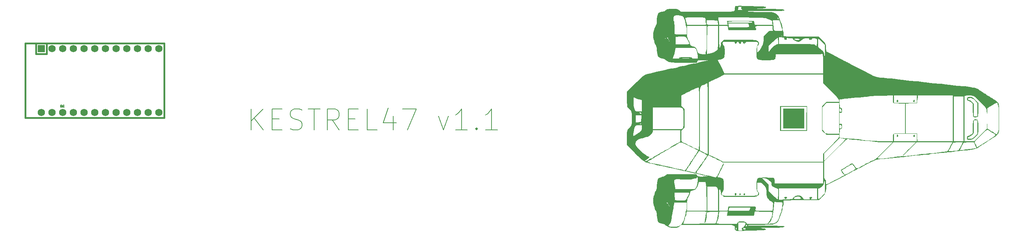
<source format=gbr>
%TF.GenerationSoftware,KiCad,Pcbnew,(6.0.7)*%
%TF.CreationDate,2022-12-22T17:21:42+01:00*%
%TF.ProjectId,Kestrel47,4b657374-7265-46c3-9437-2e6b69636164,rev?*%
%TF.SameCoordinates,Original*%
%TF.FileFunction,Legend,Top*%
%TF.FilePolarity,Positive*%
%FSLAX46Y46*%
G04 Gerber Fmt 4.6, Leading zero omitted, Abs format (unit mm)*
G04 Created by KiCad (PCBNEW (6.0.7)) date 2022-12-22 17:21:42*
%MOMM*%
%LPD*%
G01*
G04 APERTURE LIST*
%ADD10C,0.150000*%
%ADD11C,0.381000*%
%ADD12R,1.752600X1.752600*%
%ADD13C,1.752600*%
G04 APERTURE END LIST*
D10*
X69258333Y-56236904D02*
X69258333Y-51236904D01*
X72115476Y-56236904D02*
X69972619Y-53379761D01*
X72115476Y-51236904D02*
X69258333Y-54094047D01*
X74258333Y-53617857D02*
X75924999Y-53617857D01*
X76639285Y-56236904D02*
X74258333Y-56236904D01*
X74258333Y-51236904D01*
X76639285Y-51236904D01*
X78544047Y-55998809D02*
X79258333Y-56236904D01*
X80448809Y-56236904D01*
X80924999Y-55998809D01*
X81163095Y-55760714D01*
X81401190Y-55284523D01*
X81401190Y-54808333D01*
X81163095Y-54332142D01*
X80924999Y-54094047D01*
X80448809Y-53855952D01*
X79496428Y-53617857D01*
X79020238Y-53379761D01*
X78782142Y-53141666D01*
X78544047Y-52665476D01*
X78544047Y-52189285D01*
X78782142Y-51713095D01*
X79020238Y-51475000D01*
X79496428Y-51236904D01*
X80686904Y-51236904D01*
X81401190Y-51475000D01*
X82829761Y-51236904D02*
X85686904Y-51236904D01*
X84258333Y-56236904D02*
X84258333Y-51236904D01*
X90210714Y-56236904D02*
X88544047Y-53855952D01*
X87353571Y-56236904D02*
X87353571Y-51236904D01*
X89258333Y-51236904D01*
X89734523Y-51475000D01*
X89972619Y-51713095D01*
X90210714Y-52189285D01*
X90210714Y-52903571D01*
X89972619Y-53379761D01*
X89734523Y-53617857D01*
X89258333Y-53855952D01*
X87353571Y-53855952D01*
X92353571Y-53617857D02*
X94020238Y-53617857D01*
X94734523Y-56236904D02*
X92353571Y-56236904D01*
X92353571Y-51236904D01*
X94734523Y-51236904D01*
X99258333Y-56236904D02*
X96877380Y-56236904D01*
X96877380Y-51236904D01*
X103067857Y-52903571D02*
X103067857Y-56236904D01*
X101877380Y-50998809D02*
X100686904Y-54570238D01*
X103782142Y-54570238D01*
X105210714Y-51236904D02*
X108544047Y-51236904D01*
X106401190Y-56236904D01*
X113782142Y-52903571D02*
X114972619Y-56236904D01*
X116163095Y-52903571D01*
X120686904Y-56236904D02*
X117829761Y-56236904D01*
X119258333Y-56236904D02*
X119258333Y-51236904D01*
X118782142Y-51951190D01*
X118305952Y-52427380D01*
X117829761Y-52665476D01*
X122829761Y-55760714D02*
X123067857Y-55998809D01*
X122829761Y-56236904D01*
X122591666Y-55998809D01*
X122829761Y-55760714D01*
X122829761Y-56236904D01*
X127829761Y-56236904D02*
X124972619Y-56236904D01*
X126401190Y-56236904D02*
X126401190Y-51236904D01*
X125924999Y-51951190D01*
X125448809Y-52427380D01*
X124972619Y-52665476D01*
D11*
%TO.C,U1*%
X48577500Y-53340000D02*
X15557500Y-53340000D01*
X18097500Y-38100000D02*
X18097500Y-35560000D01*
X15557500Y-35560000D02*
X48577500Y-35560000D01*
X48577500Y-35560000D02*
X48577500Y-53340000D01*
X18097500Y-38100000D02*
X20637500Y-38100000D01*
X20637500Y-38100000D02*
X20637500Y-35560000D01*
X15557500Y-53340000D02*
X15557500Y-35560000D01*
G36*
X24086530Y-50794635D02*
G01*
X23986530Y-50794635D01*
X23986530Y-50294635D01*
X24086530Y-50294635D01*
X24086530Y-50794635D01*
G37*
D10*
X24086530Y-50794635D02*
X23986530Y-50794635D01*
X23986530Y-50294635D01*
X24086530Y-50294635D01*
X24086530Y-50794635D01*
G36*
X24286530Y-50394635D02*
G01*
X23986530Y-50394635D01*
X23986530Y-50294635D01*
X24286530Y-50294635D01*
X24286530Y-50394635D01*
G37*
X24286530Y-50394635D02*
X23986530Y-50394635D01*
X23986530Y-50294635D01*
X24286530Y-50294635D01*
X24286530Y-50394635D01*
G36*
X24486530Y-50594635D02*
G01*
X24386530Y-50594635D01*
X24386530Y-50494635D01*
X24486530Y-50494635D01*
X24486530Y-50594635D01*
G37*
X24486530Y-50594635D02*
X24386530Y-50594635D01*
X24386530Y-50494635D01*
X24486530Y-50494635D01*
X24486530Y-50594635D01*
G36*
X24786530Y-50394635D02*
G01*
X24586530Y-50394635D01*
X24586530Y-50294635D01*
X24786530Y-50294635D01*
X24786530Y-50394635D01*
G37*
X24786530Y-50394635D02*
X24586530Y-50394635D01*
X24586530Y-50294635D01*
X24786530Y-50294635D01*
X24786530Y-50394635D01*
G36*
X24786530Y-50794635D02*
G01*
X23986530Y-50794635D01*
X23986530Y-50694635D01*
X24786530Y-50694635D01*
X24786530Y-50794635D01*
G37*
X24786530Y-50794635D02*
X23986530Y-50794635D01*
X23986530Y-50694635D01*
X24786530Y-50694635D01*
X24786530Y-50794635D01*
%TO.C,G\u002A\u002A\u002A*%
G36*
X222806920Y-49041366D02*
G01*
X222917214Y-49076404D01*
X222999783Y-49154756D01*
X223127817Y-49320310D01*
X223072653Y-49460612D01*
X223001628Y-49535456D01*
X222819597Y-49649518D01*
X222731149Y-49593739D01*
X222698399Y-49383796D01*
X222705235Y-49346028D01*
X222784112Y-49346028D01*
X222827540Y-49443725D01*
X222863240Y-49425156D01*
X222877445Y-49284297D01*
X222863240Y-49266901D01*
X222792678Y-49283193D01*
X222784112Y-49346028D01*
X222705235Y-49346028D01*
X222729304Y-49213040D01*
X222806920Y-49041366D01*
G37*
G36*
X186402272Y-71425044D02*
G01*
X186558950Y-71344291D01*
X186654076Y-71469393D01*
X186656879Y-71476620D01*
X186672430Y-71701300D01*
X186566036Y-71822617D01*
X186403599Y-71781462D01*
X186363039Y-71740171D01*
X186302366Y-71590810D01*
X186473857Y-71590810D01*
X186495679Y-71744755D01*
X186536196Y-71746593D01*
X186564529Y-71587737D01*
X186545566Y-71519101D01*
X186492863Y-71474143D01*
X186473857Y-71590810D01*
X186302366Y-71590810D01*
X186292293Y-71566014D01*
X186402272Y-71425044D01*
G37*
G36*
X212101869Y-64835281D02*
G01*
X212042524Y-64894626D01*
X211983178Y-64835281D01*
X212042524Y-64775935D01*
X212101869Y-64835281D01*
G37*
G36*
X196565995Y-72281034D02*
G01*
X196671939Y-72347353D01*
X196671963Y-72348458D01*
X196593027Y-72509161D01*
X196430270Y-72673612D01*
X196315888Y-72728271D01*
X196180653Y-72655182D01*
X196102243Y-72585841D01*
X195969663Y-72391416D01*
X196054519Y-72283110D01*
X196315888Y-72253505D01*
X196565995Y-72281034D01*
G37*
G36*
X222763166Y-57458702D02*
G01*
X222861216Y-57347604D01*
X222981983Y-57430096D01*
X223020215Y-57474859D01*
X223116566Y-57656192D01*
X223020037Y-57824999D01*
X222997857Y-57847637D01*
X222849326Y-57965413D01*
X222767150Y-57895038D01*
X222740808Y-57831480D01*
X222730703Y-57654440D01*
X222784112Y-57654440D01*
X222827540Y-57752136D01*
X222863240Y-57733567D01*
X222877445Y-57592708D01*
X222863240Y-57575312D01*
X222792678Y-57591605D01*
X222784112Y-57654440D01*
X222730703Y-57654440D01*
X222725660Y-57566087D01*
X222763166Y-57458702D01*
G37*
G36*
X200707477Y-51126402D02*
G01*
X200707477Y-55874066D01*
X195722430Y-55874066D01*
X195722430Y-53440888D01*
X196246237Y-53440888D01*
X196248049Y-54042049D01*
X196253237Y-54475369D01*
X196261209Y-54724240D01*
X196271375Y-54772056D01*
X196283145Y-54602211D01*
X196285483Y-54544789D01*
X196299608Y-53910248D01*
X196300314Y-53440888D01*
X196839695Y-53440888D01*
X196841507Y-54042049D01*
X196846695Y-54475369D01*
X196854667Y-54724240D01*
X196864833Y-54772056D01*
X196876603Y-54602211D01*
X196878941Y-54544789D01*
X196893066Y-53910248D01*
X196893771Y-53440888D01*
X197433153Y-53440888D01*
X197434965Y-54042049D01*
X197440153Y-54475369D01*
X197448125Y-54724240D01*
X197458291Y-54772056D01*
X197470061Y-54602211D01*
X197472399Y-54544789D01*
X197486524Y-53910248D01*
X197487229Y-53440888D01*
X198026611Y-53440888D01*
X198028423Y-54042049D01*
X198033611Y-54475369D01*
X198041583Y-54724240D01*
X198051749Y-54772056D01*
X198063519Y-54602211D01*
X198065857Y-54544789D01*
X198079982Y-53910248D01*
X198080687Y-53440888D01*
X198620069Y-53440888D01*
X198621881Y-54042049D01*
X198627069Y-54475369D01*
X198635041Y-54724240D01*
X198645207Y-54772056D01*
X198656977Y-54602211D01*
X198659315Y-54544789D01*
X198673440Y-53910248D01*
X198674145Y-53440888D01*
X199213527Y-53440888D01*
X199215339Y-54042049D01*
X199220527Y-54475369D01*
X199228499Y-54724240D01*
X199238665Y-54772056D01*
X199250435Y-54602211D01*
X199252773Y-54544789D01*
X199266898Y-53910248D01*
X199267603Y-53440888D01*
X199806985Y-53440888D01*
X199808797Y-54042049D01*
X199813985Y-54475369D01*
X199821957Y-54724240D01*
X199832123Y-54772056D01*
X199843893Y-54602211D01*
X199846231Y-54544789D01*
X199860356Y-53910248D01*
X199861061Y-53440888D01*
X200400443Y-53440888D01*
X200402255Y-54042049D01*
X200407442Y-54475369D01*
X200415415Y-54724240D01*
X200425581Y-54772056D01*
X200437351Y-54602211D01*
X200439688Y-54544789D01*
X200453814Y-53910248D01*
X200454909Y-53181392D01*
X200442958Y-52500935D01*
X200439915Y-52408340D01*
X200427995Y-52174518D01*
X200417509Y-52162698D01*
X200409046Y-52357504D01*
X200403193Y-52743556D01*
X200400539Y-53305478D01*
X200400443Y-53440888D01*
X199861061Y-53440888D01*
X199861451Y-53181392D01*
X199849500Y-52500935D01*
X199846457Y-52408340D01*
X199834537Y-52174518D01*
X199824051Y-52162698D01*
X199815588Y-52357504D01*
X199809735Y-52743556D01*
X199807081Y-53305478D01*
X199806985Y-53440888D01*
X199267603Y-53440888D01*
X199267993Y-53181392D01*
X199256043Y-52500935D01*
X199252999Y-52408340D01*
X199241079Y-52174518D01*
X199230593Y-52162698D01*
X199222130Y-52357504D01*
X199216277Y-52743556D01*
X199213623Y-53305478D01*
X199213527Y-53440888D01*
X198674145Y-53440888D01*
X198674535Y-53181392D01*
X198662585Y-52500935D01*
X198659541Y-52408340D01*
X198647621Y-52174518D01*
X198637135Y-52162698D01*
X198628672Y-52357504D01*
X198622819Y-52743556D01*
X198620165Y-53305478D01*
X198620069Y-53440888D01*
X198080687Y-53440888D01*
X198081077Y-53181392D01*
X198069127Y-52500935D01*
X198066083Y-52408340D01*
X198054163Y-52174518D01*
X198043677Y-52162698D01*
X198035214Y-52357504D01*
X198029361Y-52743556D01*
X198026707Y-53305478D01*
X198026611Y-53440888D01*
X197487229Y-53440888D01*
X197487619Y-53181392D01*
X197475669Y-52500935D01*
X197472625Y-52408340D01*
X197460705Y-52174518D01*
X197450219Y-52162698D01*
X197441756Y-52357504D01*
X197435904Y-52743556D01*
X197433249Y-53305478D01*
X197433153Y-53440888D01*
X196893771Y-53440888D01*
X196894161Y-53181392D01*
X196882211Y-52500935D01*
X196879167Y-52408340D01*
X196867247Y-52174518D01*
X196856762Y-52162698D01*
X196848298Y-52357504D01*
X196842446Y-52743556D01*
X196839791Y-53305478D01*
X196839695Y-53440888D01*
X196300314Y-53440888D01*
X196300704Y-53181392D01*
X196288753Y-52500935D01*
X196285709Y-52408340D01*
X196273789Y-52174518D01*
X196263304Y-52162698D01*
X196254840Y-52357504D01*
X196248988Y-52743556D01*
X196246333Y-53305478D01*
X196246237Y-53440888D01*
X195722430Y-53440888D01*
X195722430Y-51126402D01*
X200707477Y-51126402D01*
G37*
G36*
X210321496Y-66022197D02*
G01*
X210262150Y-66081542D01*
X210202804Y-66022197D01*
X210262150Y-65962851D01*
X210321496Y-66022197D01*
G37*
G36*
X184262935Y-79511831D02*
G01*
X184258930Y-79299381D01*
X184095615Y-79198537D01*
X183901150Y-79090740D01*
X183853271Y-79007862D01*
X183736189Y-78981911D01*
X183391304Y-78960351D01*
X182828158Y-78943305D01*
X182056294Y-78930898D01*
X181085252Y-78923254D01*
X179924576Y-78920499D01*
X178583806Y-78922756D01*
X177644603Y-78926842D01*
X171435935Y-78959580D01*
X171048113Y-79285982D01*
X170828657Y-79451802D01*
X170611054Y-79549674D01*
X170323427Y-79597148D01*
X169893899Y-79611774D01*
X169711328Y-79612383D01*
X169187911Y-79600176D01*
X168816073Y-79551695D01*
X168510729Y-79449154D01*
X168236174Y-79304015D01*
X168079817Y-79203756D01*
X168490828Y-79203756D01*
X168654023Y-79302919D01*
X169011975Y-79350522D01*
X169582358Y-79355047D01*
X169788349Y-79349566D01*
X170306947Y-79327802D01*
X170657810Y-79289260D01*
X170910572Y-79214478D01*
X171134867Y-79083997D01*
X171361013Y-78910042D01*
X171623593Y-78664883D01*
X172005805Y-78664883D01*
X179620537Y-78603505D01*
X179671995Y-78514486D01*
X179911294Y-78514486D01*
X179913901Y-78565628D01*
X180033210Y-78604202D01*
X180292855Y-78631709D01*
X180716470Y-78649648D01*
X181327687Y-78659520D01*
X182150139Y-78662824D01*
X182248992Y-78662851D01*
X184709294Y-78662851D01*
X184942701Y-78366122D01*
X185102169Y-78200563D01*
X185298106Y-78110817D01*
X185604411Y-78074680D01*
X185930374Y-78069393D01*
X186360261Y-78080896D01*
X186627178Y-78130205D01*
X186805024Y-78239524D01*
X186918047Y-78366122D01*
X187151454Y-78662851D01*
X192041502Y-78662851D01*
X192398321Y-78170276D01*
X192603722Y-77859137D01*
X192732702Y-77610683D01*
X192755140Y-77527363D01*
X192829507Y-77360079D01*
X192868118Y-77337461D01*
X192928851Y-77217690D01*
X193008979Y-76942460D01*
X193091533Y-76590224D01*
X193159549Y-76239435D01*
X193196057Y-75968544D01*
X193188079Y-75858006D01*
X193069858Y-75850583D01*
X192752703Y-75839637D01*
X192275015Y-75826254D01*
X191675198Y-75811524D01*
X191093458Y-75798660D01*
X189016355Y-75754907D01*
X188904541Y-76259346D01*
X188792726Y-76763785D01*
X182396706Y-76763785D01*
X182469914Y-76229673D01*
X182543123Y-75695561D01*
X180559580Y-75695561D01*
X180485397Y-76066472D01*
X180434074Y-76449745D01*
X180411283Y-76870473D01*
X180411215Y-76890309D01*
X180386069Y-77198846D01*
X180323830Y-77390675D01*
X180305979Y-77408273D01*
X180217651Y-77557816D01*
X180132507Y-77845260D01*
X180117320Y-77919717D01*
X180031506Y-78251683D01*
X179928334Y-78490803D01*
X179911294Y-78514486D01*
X179671995Y-78514486D01*
X179826367Y-78247430D01*
X179959541Y-77920197D01*
X180069728Y-77482757D01*
X180108005Y-77238552D01*
X180163160Y-76787632D01*
X180218940Y-76368507D01*
X180243546Y-76200000D01*
X180303280Y-75814253D01*
X179004993Y-75814253D01*
X178400478Y-75818019D01*
X177994030Y-75844486D01*
X177746335Y-75916406D01*
X177618079Y-76056530D01*
X177569944Y-76287610D01*
X177562617Y-76632397D01*
X177562617Y-76648959D01*
X177532979Y-77108945D01*
X177455269Y-77590881D01*
X177346291Y-78021919D01*
X177222848Y-78329214D01*
X177154144Y-78419701D01*
X177076879Y-78451630D01*
X177064220Y-78342098D01*
X177116572Y-78055603D01*
X177160463Y-77863666D01*
X177253355Y-77369086D01*
X177312460Y-76863102D01*
X177323380Y-76625312D01*
X177352467Y-76273821D01*
X177425826Y-76057731D01*
X177464940Y-76024849D01*
X177541569Y-75905683D01*
X177517281Y-75836921D01*
X177402240Y-75782928D01*
X177120968Y-75742859D01*
X176655569Y-75715650D01*
X175988148Y-75700241D01*
X175135911Y-75695561D01*
X172841907Y-75695561D01*
X172762227Y-76226907D01*
X172693490Y-76560163D01*
X172612949Y-76781585D01*
X172581040Y-76820987D01*
X172500655Y-76967562D01*
X172420298Y-77260291D01*
X172396441Y-77387538D01*
X172325370Y-77727375D01*
X172248008Y-77968576D01*
X172225219Y-78010047D01*
X172127573Y-78214794D01*
X172071447Y-78396811D01*
X172005805Y-78664883D01*
X171623593Y-78664883D01*
X171643756Y-78646058D01*
X171826787Y-78404881D01*
X171865421Y-78292809D01*
X171943875Y-78060987D01*
X172020494Y-77986272D01*
X172109109Y-77835650D01*
X172220217Y-77514718D01*
X172338076Y-77087453D01*
X172446941Y-76617827D01*
X172531070Y-76169817D01*
X172574720Y-75807396D01*
X172577570Y-75722522D01*
X172609368Y-75576603D01*
X172874299Y-75576603D01*
X177570697Y-75576869D01*
X177677088Y-75576869D01*
X180292524Y-75576869D01*
X180529907Y-75576869D01*
X182513936Y-75576869D01*
X182757361Y-75576869D01*
X187613298Y-75576869D01*
X187776906Y-75250468D01*
X187906588Y-74991000D01*
X187983886Y-74835047D01*
X187884003Y-74808998D01*
X187580179Y-74785957D01*
X187105848Y-74767105D01*
X186494445Y-74753626D01*
X185779405Y-74746699D01*
X185465499Y-74746028D01*
X184578898Y-74749206D01*
X183906664Y-74759626D01*
X183425856Y-74778614D01*
X183113531Y-74807500D01*
X182946747Y-74847610D01*
X182902118Y-74894393D01*
X182871490Y-75123373D01*
X182828929Y-75309813D01*
X182757361Y-75576869D01*
X182513936Y-75576869D01*
X182620301Y-75072430D01*
X182726665Y-74567991D01*
X185963520Y-74536405D01*
X186933824Y-74528230D01*
X187692905Y-74525695D01*
X188266882Y-74530035D01*
X188681876Y-74542484D01*
X188964005Y-74564276D01*
X189139389Y-74596645D01*
X189234148Y-74640824D01*
X189272490Y-74692748D01*
X189273178Y-74919517D01*
X189223882Y-75001399D01*
X189149866Y-75205697D01*
X189162619Y-75349495D01*
X189198915Y-75433111D01*
X189280175Y-75493317D01*
X189440736Y-75533931D01*
X189714936Y-75558765D01*
X190137112Y-75571637D01*
X190741601Y-75576360D01*
X191209085Y-75576869D01*
X193196090Y-75576869D01*
X193272344Y-74847309D01*
X193329112Y-74244387D01*
X193347542Y-73839290D01*
X193323762Y-73594973D01*
X193253900Y-73474393D01*
X193134085Y-73440506D01*
X193125299Y-73440421D01*
X192931525Y-73359383D01*
X192645195Y-73147787D01*
X192395134Y-72915044D01*
X194772897Y-72915044D01*
X196345561Y-72867406D01*
X197071094Y-72835354D01*
X197590358Y-72790025D01*
X197891902Y-72732697D01*
X197967299Y-72686142D01*
X197999872Y-72637436D01*
X198288673Y-72637436D01*
X198391905Y-72694223D01*
X198646344Y-72721251D01*
X199094428Y-72728268D01*
X199108865Y-72728271D01*
X199533396Y-72718476D01*
X199847057Y-72692575D01*
X199991719Y-72655791D01*
X199995327Y-72648598D01*
X199924126Y-72508659D01*
X199798894Y-72351870D01*
X199520362Y-72190874D01*
X199143965Y-72145460D01*
X198754810Y-72204924D01*
X198438009Y-72358559D01*
X198294212Y-72541142D01*
X198288673Y-72637436D01*
X197999872Y-72637436D01*
X198078178Y-72520344D01*
X198290028Y-72279986D01*
X198343916Y-72224973D01*
X198730751Y-71979531D01*
X199197402Y-71886167D01*
X199679037Y-71933385D01*
X200110821Y-72109689D01*
X200427918Y-72403583D01*
X200530422Y-72612676D01*
X200603914Y-72741919D01*
X200759019Y-72813183D01*
X201053471Y-72842611D01*
X201368279Y-72846963D01*
X201832602Y-72823441D01*
X202088577Y-72755911D01*
X202126303Y-72648932D01*
X202013084Y-72550234D01*
X201892944Y-72408979D01*
X201981708Y-72298225D01*
X202250467Y-72253505D01*
X202527339Y-72280512D01*
X202586692Y-72383148D01*
X202442279Y-72593833D01*
X202410109Y-72629907D01*
X202319753Y-72745098D01*
X202337340Y-72810092D01*
X202502019Y-72839207D01*
X202852935Y-72846761D01*
X203003567Y-72846963D01*
X203793458Y-72846963D01*
X203793458Y-71504163D01*
X204030841Y-71504163D01*
X204037963Y-72081048D01*
X204062272Y-72454702D01*
X204108187Y-72658932D01*
X204180127Y-72727546D01*
X204190811Y-72728271D01*
X204342548Y-72647148D01*
X204604111Y-72431597D01*
X204926208Y-72123348D01*
X205021653Y-72024933D01*
X205692524Y-71321595D01*
X205684181Y-69799466D01*
X205673290Y-69202296D01*
X205649611Y-68675498D01*
X205616535Y-68273148D01*
X205577454Y-68049323D01*
X205573832Y-68039954D01*
X205515672Y-67977042D01*
X205480015Y-68124307D01*
X205464012Y-68494537D01*
X205463483Y-68535286D01*
X205385506Y-69168323D01*
X205154002Y-69637506D01*
X204747810Y-69976035D01*
X204458339Y-70112318D01*
X204030841Y-70280055D01*
X204030841Y-71504163D01*
X203793458Y-71504163D01*
X203793458Y-70235748D01*
X194772897Y-70235748D01*
X194772897Y-72915044D01*
X192395134Y-72915044D01*
X192353868Y-72876636D01*
X192069563Y-72575555D01*
X191905849Y-72346950D01*
X191829437Y-72105209D01*
X191807036Y-71764720D01*
X191805672Y-71466832D01*
X191749783Y-70698861D01*
X191565450Y-70077995D01*
X191227481Y-69537584D01*
X190968425Y-69251946D01*
X190669786Y-68979948D01*
X190429946Y-68852146D01*
X190159499Y-68827304D01*
X190061323Y-68833574D01*
X189609813Y-68870795D01*
X189575702Y-69827588D01*
X189565637Y-70319640D01*
X189585338Y-70635286D01*
X189645441Y-70834731D01*
X189756583Y-70978179D01*
X189783413Y-71003227D01*
X190001704Y-71313278D01*
X189986750Y-71622447D01*
X189741992Y-71911642D01*
X189603029Y-72004398D01*
X189476022Y-72073767D01*
X189337918Y-72128917D01*
X189161464Y-72171473D01*
X188919408Y-72203063D01*
X188584498Y-72225314D01*
X188129480Y-72239852D01*
X187527103Y-72248306D01*
X186750113Y-72252301D01*
X185771260Y-72253465D01*
X185430354Y-72253505D01*
X181679884Y-72253505D01*
X181271864Y-71942293D01*
X181007257Y-71704463D01*
X180912033Y-71494326D01*
X180923065Y-71321294D01*
X180915829Y-71069360D01*
X180840086Y-70765168D01*
X180727118Y-70498499D01*
X180608204Y-70359135D01*
X180586205Y-70354440D01*
X180569850Y-70467483D01*
X180555363Y-70784030D01*
X180543475Y-71270200D01*
X180534915Y-71892116D01*
X180530413Y-72615900D01*
X180529907Y-72965654D01*
X180529907Y-75576869D01*
X180292524Y-75576869D01*
X180292524Y-72865359D01*
X180293118Y-71922587D01*
X180286403Y-71190934D01*
X180259631Y-70644199D01*
X180200052Y-70256179D01*
X180094918Y-70000673D01*
X179931482Y-69851480D01*
X179696995Y-69782396D01*
X179378707Y-69767222D01*
X178963872Y-69779754D01*
X178794185Y-69785815D01*
X177740654Y-69820327D01*
X177677088Y-75576869D01*
X177570697Y-75576869D01*
X177519711Y-72698598D01*
X177501827Y-71860067D01*
X177479317Y-71069323D01*
X177453795Y-70367615D01*
X177426876Y-69796193D01*
X177400174Y-69396307D01*
X177385028Y-69256542D01*
X177301331Y-68692757D01*
X175689970Y-68692757D01*
X175615222Y-69078505D01*
X175506898Y-69406386D01*
X175315177Y-69807706D01*
X175197102Y-70010802D01*
X174951130Y-70354658D01*
X174719304Y-70539811D01*
X174425016Y-70626908D01*
X174417209Y-70628190D01*
X173945283Y-70765974D01*
X173692899Y-70991150D01*
X173645795Y-71187761D01*
X173592203Y-71397448D01*
X173452378Y-71736346D01*
X173276185Y-72093088D01*
X173116599Y-72407169D01*
X173010226Y-72676843D01*
X172945540Y-72964539D01*
X172911013Y-73332689D01*
X172895115Y-73843720D01*
X172890437Y-74182110D01*
X172874299Y-75576603D01*
X172609368Y-75576603D01*
X172622691Y-75515462D01*
X172696262Y-75458178D01*
X172755041Y-75347127D01*
X172796346Y-75043945D01*
X172814558Y-74593588D01*
X172814953Y-74508645D01*
X172814953Y-73559112D01*
X169877337Y-73559112D01*
X169812233Y-73885514D01*
X169763705Y-74180268D01*
X169705430Y-74605555D01*
X169663074Y-74956395D01*
X169604892Y-75352959D01*
X169536935Y-75645445D01*
X169481141Y-75761364D01*
X169430515Y-75907109D01*
X169450706Y-75997603D01*
X169442305Y-76234469D01*
X169390189Y-76327530D01*
X169319881Y-76521073D01*
X169264392Y-76871375D01*
X169238383Y-77245878D01*
X169202182Y-77788368D01*
X169114087Y-78178012D01*
X168944311Y-78498317D01*
X168678003Y-78816833D01*
X168504714Y-79044555D01*
X168490828Y-79203756D01*
X168079817Y-79203756D01*
X167915847Y-79098615D01*
X167684096Y-78917734D01*
X167621581Y-78848284D01*
X167462522Y-78747578D01*
X167148448Y-78646550D01*
X166892196Y-78592867D01*
X166461563Y-78490608D01*
X166157247Y-78326721D01*
X165954122Y-78061581D01*
X165827062Y-77655563D01*
X165750941Y-77069043D01*
X165727954Y-76756798D01*
X165683049Y-76197985D01*
X165627151Y-75830318D01*
X165549875Y-75607561D01*
X165442201Y-75484439D01*
X165281644Y-75270502D01*
X165167375Y-74943948D01*
X165157600Y-74890981D01*
X165080788Y-74540014D01*
X165029071Y-74389954D01*
X168542056Y-74389954D01*
X168632378Y-74505196D01*
X168660748Y-74508645D01*
X168775990Y-74418324D01*
X168779439Y-74389954D01*
X168689118Y-74274711D01*
X168660748Y-74271262D01*
X168545505Y-74361583D01*
X168542056Y-74389954D01*
X165029071Y-74389954D01*
X164986253Y-74265714D01*
X164974824Y-74243200D01*
X164936619Y-74093225D01*
X168423365Y-74093225D01*
X168482710Y-74152570D01*
X168542056Y-74093225D01*
X168482710Y-74033879D01*
X168423365Y-74093225D01*
X164936619Y-74093225D01*
X164913807Y-74003677D01*
X164877406Y-73607313D01*
X164877303Y-73603152D01*
X168102378Y-73603152D01*
X168108884Y-73727334D01*
X168185982Y-73796496D01*
X168373801Y-73859231D01*
X168414642Y-73775806D01*
X168328411Y-73654066D01*
X168165434Y-73578025D01*
X168102378Y-73603152D01*
X164877303Y-73603152D01*
X164865621Y-73133369D01*
X164878451Y-72661108D01*
X164915897Y-72269791D01*
X164971820Y-72055686D01*
X169966355Y-72055686D01*
X169976449Y-72489862D01*
X170003065Y-72826247D01*
X170040704Y-72998858D01*
X170045483Y-73005218D01*
X170190707Y-73038518D01*
X170518779Y-73064905D01*
X170975188Y-73081001D01*
X171322540Y-73084346D01*
X171871345Y-73080423D01*
X172232192Y-73062308D01*
X172454460Y-73020481D01*
X172587529Y-72945425D01*
X172680778Y-72827621D01*
X172684420Y-72821818D01*
X172929884Y-72403874D01*
X173152455Y-71981875D01*
X173321026Y-71619249D01*
X173404488Y-71379424D01*
X173408411Y-71345640D01*
X173361746Y-71280711D01*
X173201440Y-71235050D01*
X172897034Y-71205819D01*
X172418065Y-71190180D01*
X171734070Y-71185294D01*
X171687383Y-71185281D01*
X169966355Y-71185281D01*
X169966355Y-72055686D01*
X164971820Y-72055686D01*
X164974824Y-72044184D01*
X165068749Y-71790038D01*
X165150081Y-71441041D01*
X165157600Y-71396402D01*
X165259341Y-71063502D01*
X165416742Y-70823839D01*
X165442412Y-70802944D01*
X165550309Y-70680015D01*
X165626229Y-70460632D01*
X165680410Y-70098357D01*
X165723091Y-69546753D01*
X165724493Y-69523598D01*
X165779883Y-68820946D01*
X165834884Y-68461758D01*
X169835402Y-68461758D01*
X169876592Y-68799893D01*
X169963297Y-69317516D01*
X169993270Y-69493926D01*
X170138563Y-70354440D01*
X172455964Y-70353525D01*
X174773365Y-70352611D01*
X175061455Y-69849086D01*
X175242190Y-69449504D01*
X175350770Y-68975652D01*
X175403107Y-68425701D01*
X175417566Y-67920179D01*
X175392860Y-67606316D01*
X175335426Y-67505841D01*
X175191946Y-67600664D01*
X175145863Y-67683879D01*
X174974143Y-67818536D01*
X174658398Y-67861916D01*
X174382342Y-67891481D01*
X174243243Y-67964260D01*
X174239253Y-67980608D01*
X174129249Y-68024128D01*
X173833628Y-68058055D01*
X173403972Y-68082114D01*
X172891861Y-68096032D01*
X172348880Y-68099535D01*
X171826609Y-68092348D01*
X171376631Y-68074198D01*
X171050528Y-68044809D01*
X170899883Y-68003909D01*
X170896106Y-67998372D01*
X170768965Y-67964315D01*
X170491561Y-67992872D01*
X170322430Y-68028924D01*
X170083241Y-68086694D01*
X169928895Y-68148917D01*
X169849559Y-68259352D01*
X169835402Y-68461758D01*
X165834884Y-68461758D01*
X165856524Y-68320432D01*
X165967295Y-67986958D01*
X166125073Y-67785429D01*
X166342738Y-67680746D01*
X166406119Y-67665973D01*
X166680116Y-67584430D01*
X166830503Y-67490511D01*
X166984320Y-67414401D01*
X167222764Y-67387150D01*
X167430483Y-67327804D01*
X175070094Y-67327804D01*
X175129439Y-67387150D01*
X175188785Y-67327804D01*
X175129439Y-67268458D01*
X175070094Y-67327804D01*
X167430483Y-67327804D01*
X167573506Y-67286942D01*
X167829907Y-67090421D01*
X168108669Y-66793692D01*
X175052864Y-66793692D01*
X175286271Y-67090421D01*
X175403841Y-67223652D01*
X175538098Y-67308862D01*
X175740211Y-67355946D01*
X176061347Y-67374802D01*
X176552676Y-67375325D01*
X176748858Y-67373297D01*
X177978038Y-67359444D01*
X177147196Y-67196728D01*
X176695873Y-67099328D01*
X176311958Y-67000520D01*
X176078972Y-66921852D01*
X175861277Y-66853596D01*
X175474858Y-66763808D01*
X174985604Y-66667100D01*
X174714019Y-66619195D01*
X174197514Y-66525637D01*
X173749747Y-66433098D01*
X173436580Y-66355713D01*
X173349066Y-66326273D01*
X173129129Y-66259169D01*
X172743633Y-66167110D01*
X172260877Y-66065905D01*
X172043458Y-66024084D01*
X171899143Y-65995268D01*
X172696262Y-65995268D01*
X172804782Y-66033751D01*
X173094569Y-66095393D01*
X173511961Y-66169293D01*
X173705140Y-66200234D01*
X174159317Y-66282369D01*
X174507395Y-66367176D01*
X174695571Y-66440601D01*
X174714019Y-66463748D01*
X174787868Y-66516735D01*
X174832710Y-66496963D01*
X174903818Y-66384670D01*
X175154894Y-66384670D01*
X175163487Y-66518954D01*
X175274542Y-66589468D01*
X175341339Y-66605821D01*
X175560911Y-66652380D01*
X175952606Y-66738377D01*
X176457056Y-66850691D01*
X176909813Y-66952458D01*
X177489161Y-67080935D01*
X178030687Y-67196967D01*
X178463974Y-67285683D01*
X178675126Y-67325276D01*
X179030828Y-67409337D01*
X179310561Y-67514957D01*
X179341880Y-67532693D01*
X179634973Y-67608173D01*
X179902570Y-67450354D01*
X180144335Y-67064405D01*
X180288020Y-66770546D01*
X180394983Y-66581319D01*
X180414491Y-66556309D01*
X180494586Y-66420860D01*
X180628033Y-66142914D01*
X180707944Y-65962851D01*
X180856093Y-65640055D01*
X180973590Y-65419056D01*
X181010145Y-65369393D01*
X181092380Y-65233429D01*
X181223991Y-64951311D01*
X181310150Y-64746707D01*
X181457295Y-64426661D01*
X181584369Y-64222354D01*
X181635802Y-64182922D01*
X181674752Y-64273089D01*
X181641127Y-64474488D01*
X181560727Y-64682306D01*
X181489839Y-64775935D01*
X181401647Y-64911610D01*
X181263086Y-65189996D01*
X181182710Y-65369393D01*
X181034562Y-65692189D01*
X180917065Y-65913188D01*
X180880510Y-65962851D01*
X180798274Y-66098814D01*
X180666663Y-66380933D01*
X180580505Y-66585537D01*
X180434857Y-66905442D01*
X180311460Y-67109762D01*
X180262851Y-67149322D01*
X180190449Y-67249372D01*
X180173832Y-67387150D01*
X180219756Y-67550121D01*
X180399537Y-67616374D01*
X180593428Y-67624533D01*
X180972735Y-67680045D01*
X181301849Y-67813799D01*
X181305578Y-67816221D01*
X181430298Y-67908615D01*
X181513361Y-68021879D01*
X181563220Y-68201778D01*
X181588327Y-68494078D01*
X181597135Y-68944543D01*
X181598131Y-69400162D01*
X181594131Y-70006165D01*
X181577559Y-70421286D01*
X181541557Y-70691956D01*
X181479266Y-70864606D01*
X181383828Y-70985668D01*
X181360748Y-71007243D01*
X181162262Y-71296801D01*
X181138103Y-71597293D01*
X181285776Y-71834229D01*
X181390421Y-71893732D01*
X181586687Y-71925355D01*
X181982227Y-71951907D01*
X182542117Y-71973387D01*
X183231435Y-71989799D01*
X184015256Y-72001145D01*
X184858657Y-72007426D01*
X185726714Y-72008645D01*
X186584503Y-72004803D01*
X187397101Y-71995903D01*
X188129585Y-71981947D01*
X188747030Y-71962936D01*
X189214513Y-71938874D01*
X189497110Y-71909761D01*
X189558270Y-71893254D01*
X189733588Y-71682244D01*
X189785816Y-71372324D01*
X189709092Y-71071002D01*
X189609813Y-70947897D01*
X189528736Y-70827447D01*
X189475207Y-70600089D01*
X189444657Y-70226865D01*
X189432520Y-69668815D01*
X189431776Y-69429392D01*
X189432524Y-68794684D01*
X189455972Y-68329266D01*
X189533928Y-68006930D01*
X189698199Y-67801470D01*
X189841481Y-67743225D01*
X190684404Y-67743225D01*
X191482389Y-68547372D01*
X192280374Y-69351518D01*
X192280374Y-70786247D01*
X193333315Y-71816605D01*
X193740683Y-72209683D01*
X194087225Y-72533639D01*
X194337999Y-72756544D01*
X194458063Y-72846469D01*
X194460885Y-72846963D01*
X194491627Y-72736557D01*
X194515694Y-72438421D01*
X194530145Y-72002181D01*
X194532945Y-71630374D01*
X194530377Y-70413785D01*
X194189757Y-70235748D01*
X193675018Y-69965624D01*
X193333947Y-69774891D01*
X193130853Y-69631048D01*
X193030044Y-69501595D01*
X192995829Y-69354030D01*
X192992518Y-69155853D01*
X192992524Y-69145541D01*
X192970184Y-68856398D01*
X192914685Y-68701172D01*
X192896213Y-68692757D01*
X192747810Y-68619420D01*
X192547154Y-68457287D01*
X192098035Y-68118017D01*
X191602593Y-67867259D01*
X191149502Y-67747688D01*
X191063358Y-67743225D01*
X190684404Y-67743225D01*
X189841481Y-67743225D01*
X189980590Y-67686676D01*
X190412909Y-67636341D01*
X191026963Y-67624258D01*
X191622228Y-67624533D01*
X192431074Y-67632887D01*
X193015504Y-67658554D01*
X193387917Y-67702447D01*
X193560711Y-67765474D01*
X193562243Y-67766963D01*
X193646904Y-67963944D01*
X193697921Y-68299376D01*
X193704673Y-68479112D01*
X193704673Y-69048832D01*
X205217757Y-69048832D01*
X205217757Y-64061628D01*
X193364070Y-64064919D01*
X191703810Y-64064650D01*
X190108853Y-64062969D01*
X188595448Y-64059973D01*
X187179844Y-64055756D01*
X185878290Y-64050415D01*
X184707034Y-64044046D01*
X183682325Y-64036744D01*
X182820412Y-64028604D01*
X182137544Y-64019724D01*
X181649970Y-64010197D01*
X181373937Y-64000120D01*
X181316874Y-63993953D01*
X181150798Y-63889914D01*
X181123365Y-63837150D01*
X181021575Y-63754462D01*
X180760073Y-63630464D01*
X180529907Y-63541200D01*
X180198565Y-63407758D01*
X179983153Y-63293578D01*
X179936449Y-63244471D01*
X179834650Y-63161343D01*
X179573129Y-63037056D01*
X179342991Y-62947742D01*
X179011666Y-62814492D01*
X178796253Y-62700789D01*
X178749533Y-62652087D01*
X178646691Y-62573169D01*
X178389726Y-62475918D01*
X178285054Y-62445860D01*
X177980889Y-62379015D01*
X177819195Y-62406997D01*
X177717141Y-62549874D01*
X177699450Y-62587723D01*
X177568992Y-62811764D01*
X177339426Y-63151679D01*
X177058577Y-63536899D01*
X177036359Y-63566203D01*
X176775877Y-63919816D01*
X176583870Y-64201630D01*
X176496308Y-64358400D01*
X176494393Y-64368457D01*
X176427576Y-64497628D01*
X176248964Y-64766734D01*
X175991316Y-65127415D01*
X175863740Y-65299481D01*
X175493035Y-65804905D01*
X175260748Y-66156644D01*
X175154894Y-66384670D01*
X174903818Y-66384670D01*
X174941286Y-66325501D01*
X174951402Y-66248850D01*
X175047309Y-66057123D01*
X175129439Y-66005773D01*
X175286595Y-65885344D01*
X175307477Y-65824340D01*
X175378421Y-65668680D01*
X175573546Y-65367796D01*
X175866290Y-64959841D01*
X176230088Y-64482969D01*
X176326600Y-64360514D01*
X176522328Y-64058412D01*
X176620392Y-63856075D01*
X176745987Y-63650325D01*
X176847530Y-63589019D01*
X176963517Y-63497176D01*
X176969159Y-63457735D01*
X177037926Y-63293590D01*
X177212446Y-63026066D01*
X177325234Y-62876869D01*
X177534438Y-62591094D01*
X177662482Y-62374488D01*
X177681309Y-62314659D01*
X177646012Y-62278889D01*
X178037383Y-62278889D01*
X178358261Y-62359424D01*
X178584638Y-62442703D01*
X178969413Y-62611478D01*
X179460304Y-62841857D01*
X180005033Y-63109946D01*
X180049616Y-63132430D01*
X181420094Y-63824902D01*
X193318925Y-63825652D01*
X205217757Y-63826402D01*
X205217757Y-63765121D01*
X205455140Y-63765121D01*
X205457780Y-65724500D01*
X205461247Y-66461020D01*
X205472075Y-66999271D01*
X205494331Y-67378342D01*
X205532081Y-67637325D01*
X205589394Y-67815308D01*
X205670337Y-67951384D01*
X205692524Y-67980608D01*
X205876933Y-68379235D01*
X205927268Y-68775720D01*
X205929907Y-69274102D01*
X206315654Y-69107355D01*
X206575042Y-68985318D01*
X206984635Y-68781378D01*
X207485217Y-68525402D01*
X207947664Y-68284145D01*
X208502317Y-67993209D01*
X209039335Y-67713654D01*
X209490181Y-67481044D01*
X209743623Y-67352221D01*
X210293321Y-67076760D01*
X209954526Y-66668170D01*
X209746980Y-66387596D01*
X209625413Y-66164854D01*
X209612539Y-66111215D01*
X209530043Y-65973277D01*
X209483650Y-65962851D01*
X209433300Y-65933285D01*
X209619788Y-65933285D01*
X209996042Y-66422834D01*
X210225611Y-66699935D01*
X210404508Y-66877387D01*
X210466169Y-66912383D01*
X210618004Y-66863544D01*
X210905464Y-66738364D01*
X211123246Y-66634180D01*
X211846876Y-66264126D01*
X212361115Y-65972590D01*
X212660052Y-65762934D01*
X212668717Y-65755140D01*
X212859113Y-65628127D01*
X212937186Y-65606776D01*
X212950240Y-65518008D01*
X212856217Y-65295271D01*
X212798292Y-65191355D01*
X212623571Y-64930463D01*
X212486488Y-64786082D01*
X212460063Y-64775935D01*
X212357878Y-64677181D01*
X212285762Y-64508879D01*
X212204764Y-64351230D01*
X212143336Y-64390187D01*
X211998369Y-64527912D01*
X211942030Y-64538552D01*
X211775703Y-64600986D01*
X211483843Y-64763373D01*
X211185108Y-64953972D01*
X210855091Y-65170386D01*
X210609391Y-65320654D01*
X210509486Y-65369393D01*
X210383832Y-65430030D01*
X210139142Y-65582067D01*
X210035259Y-65651339D01*
X209619788Y-65933285D01*
X209433300Y-65933285D01*
X209399136Y-65913224D01*
X209482393Y-65792378D01*
X209692575Y-65642365D01*
X209890892Y-65543565D01*
X210235635Y-65364681D01*
X210608327Y-65126393D01*
X210670957Y-65080909D01*
X210957643Y-64891304D01*
X211182160Y-64784548D01*
X211228844Y-64775935D01*
X211420649Y-64687010D01*
X211472841Y-64625071D01*
X211710982Y-64407905D01*
X212027867Y-64297575D01*
X212318257Y-64325315D01*
X212374399Y-64357497D01*
X212541288Y-64522657D01*
X212581459Y-64610982D01*
X212655725Y-64759885D01*
X212835776Y-65005135D01*
X212912659Y-65097730D01*
X213177386Y-65351879D01*
X213404263Y-65424934D01*
X213501293Y-65410289D01*
X213706317Y-65326480D01*
X213763552Y-65261876D01*
X213863217Y-65175730D01*
X214122076Y-65032819D01*
X214416355Y-64894626D01*
X214762002Y-64729960D01*
X214998656Y-64593341D01*
X215069159Y-64525454D01*
X215170941Y-64443213D01*
X215432423Y-64319510D01*
X215662617Y-64230296D01*
X215993958Y-64096854D01*
X216209371Y-63982674D01*
X216256075Y-63933567D01*
X216357873Y-63850439D01*
X216619395Y-63726152D01*
X216849533Y-63636838D01*
X217181061Y-63501264D01*
X217396465Y-63381787D01*
X217442991Y-63328189D01*
X217537352Y-63237840D01*
X217591355Y-63230314D01*
X217713671Y-63148876D01*
X217977664Y-62921578D01*
X217997793Y-62903077D01*
X218304350Y-62903077D01*
X218316438Y-63043392D01*
X218502985Y-63103500D01*
X218867062Y-63102597D01*
X219411743Y-63059877D01*
X220140102Y-62994538D01*
X220232243Y-62986737D01*
X220832563Y-62930466D01*
X221362750Y-62869691D01*
X221769432Y-62811294D01*
X221999239Y-62762159D01*
X222012617Y-62757119D01*
X222094027Y-62726536D01*
X222199137Y-62698943D01*
X222352230Y-62672054D01*
X222577591Y-62643581D01*
X222899502Y-62611237D01*
X223342247Y-62572733D01*
X223930111Y-62525783D01*
X224687377Y-62468099D01*
X225638328Y-62397395D01*
X226522897Y-62332267D01*
X227010854Y-62287888D01*
X227410851Y-62235697D01*
X227661930Y-62184335D01*
X227709813Y-62164006D01*
X227857973Y-62129212D01*
X228207535Y-62081305D01*
X228723120Y-62024071D01*
X229369349Y-61961294D01*
X230110844Y-61896761D01*
X230499066Y-61865580D01*
X231273978Y-61801054D01*
X231970582Y-61735472D01*
X232553595Y-61672775D01*
X232987738Y-61616903D01*
X233237728Y-61571795D01*
X233282383Y-61554748D01*
X233457905Y-61496542D01*
X233783374Y-61459538D01*
X234015728Y-61452570D01*
X234358618Y-61439744D01*
X234615977Y-61377588D01*
X234793991Y-61253771D01*
X235136980Y-61253771D01*
X235242439Y-61288207D01*
X235532909Y-61299805D01*
X235957043Y-61287753D01*
X236225935Y-61270954D01*
X236812531Y-61214659D01*
X237198631Y-61143203D01*
X237405621Y-61055038D01*
X237739253Y-61055038D01*
X237845444Y-61079773D01*
X238114092Y-61094602D01*
X238273365Y-61096496D01*
X238591897Y-61072921D01*
X238782969Y-61013275D01*
X238807477Y-60977804D01*
X238914535Y-60911078D01*
X239189525Y-60866945D01*
X239430608Y-60856726D01*
X239836039Y-60840774D01*
X240310919Y-60801033D01*
X240791330Y-60745657D01*
X241213353Y-60682800D01*
X241513070Y-60620619D01*
X241621473Y-60577204D01*
X241605716Y-60447951D01*
X241505791Y-60170236D01*
X241366137Y-59853719D01*
X241097850Y-59286605D01*
X241260523Y-59286605D01*
X241264992Y-59313760D01*
X241348860Y-59507184D01*
X241408691Y-59553505D01*
X241497382Y-59653438D01*
X241614090Y-59900565D01*
X241639914Y-59968926D01*
X241759527Y-60238621D01*
X241864819Y-60378764D01*
X241881819Y-60384346D01*
X242017826Y-60319884D01*
X242286910Y-60150758D01*
X242631223Y-59913363D01*
X242636509Y-59909580D01*
X242977705Y-59671980D01*
X243240155Y-59501695D01*
X243368125Y-59434847D01*
X243369008Y-59434813D01*
X243496987Y-59370814D01*
X243748062Y-59207165D01*
X243930051Y-59078739D01*
X244243181Y-58873316D01*
X244496143Y-58744664D01*
X244581827Y-58722664D01*
X244727962Y-58650309D01*
X244742056Y-58600247D01*
X244838519Y-58462444D01*
X244949767Y-58403426D01*
X245157869Y-58294968D01*
X245473803Y-58094471D01*
X245715234Y-57926701D01*
X246023842Y-57695943D01*
X246166680Y-57547890D01*
X246173322Y-57430369D01*
X246074603Y-57292681D01*
X245880444Y-57116368D01*
X245753850Y-57060982D01*
X245598015Y-56996573D01*
X245318658Y-56829519D01*
X245047186Y-56645561D01*
X244699295Y-56421882D01*
X244401021Y-56271068D01*
X244252786Y-56230140D01*
X244102570Y-56310842D01*
X243819539Y-56534277D01*
X243435802Y-56872441D01*
X242983468Y-57297329D01*
X242622491Y-57652078D01*
X242075215Y-58208076D01*
X241684132Y-58626574D01*
X241430490Y-58930526D01*
X241295537Y-59142885D01*
X241260523Y-59286605D01*
X241097850Y-59286605D01*
X241051791Y-59189245D01*
X239844828Y-59223011D01*
X238637865Y-59256776D01*
X238188559Y-60135178D01*
X237982678Y-60542317D01*
X237826435Y-60860126D01*
X237745245Y-61036573D01*
X237739253Y-61055038D01*
X237405621Y-61055038D01*
X237421018Y-61048480D01*
X237478372Y-60994988D01*
X237606412Y-60796669D01*
X237800199Y-60455456D01*
X238020218Y-60041224D01*
X238044288Y-59994275D01*
X238455663Y-59188783D01*
X237301792Y-59222779D01*
X236147920Y-59256776D01*
X235646921Y-60206309D01*
X235423949Y-60637344D01*
X235249868Y-60989863D01*
X235150499Y-61210832D01*
X235136980Y-61253771D01*
X234793991Y-61253771D01*
X234827322Y-61230588D01*
X235032173Y-60963229D01*
X235270046Y-60539996D01*
X235470976Y-60144742D01*
X235945121Y-59197430D01*
X227404167Y-59197430D01*
X225825741Y-60799767D01*
X225326492Y-61301110D01*
X224880837Y-61738298D01*
X224516431Y-62085035D01*
X224260931Y-62315025D01*
X224141992Y-62401972D01*
X224140494Y-62402103D01*
X224186391Y-62322954D01*
X224377484Y-62102488D01*
X224690051Y-61766176D01*
X225100372Y-61339488D01*
X225584728Y-60847896D01*
X225632710Y-60799767D01*
X227231749Y-59197430D01*
X221889757Y-59197430D01*
X219939104Y-61155841D01*
X219284096Y-61808938D01*
X218791252Y-62305046D01*
X218463645Y-62663360D01*
X218304350Y-62903077D01*
X217997793Y-62903077D01*
X218358396Y-62571644D01*
X218830930Y-62122302D01*
X219370327Y-61596777D01*
X219757477Y-61212858D01*
X221775234Y-59198032D01*
X219734809Y-59197731D01*
X219063219Y-59192120D01*
X218477407Y-59176757D01*
X218017253Y-59153534D01*
X217722631Y-59124346D01*
X217632885Y-59097924D01*
X217502617Y-59063099D01*
X217167330Y-59016230D01*
X216658895Y-58960554D01*
X216009183Y-58899307D01*
X215250066Y-58835725D01*
X214480553Y-58777814D01*
X213652810Y-58715243D01*
X212908751Y-58652296D01*
X212279420Y-58592148D01*
X211795858Y-58537970D01*
X211489110Y-58492937D01*
X211389720Y-58461900D01*
X211289006Y-58387371D01*
X211123611Y-58366589D01*
X210979545Y-58428390D01*
X210722427Y-58619437D01*
X210342951Y-58948193D01*
X209831814Y-59423122D01*
X209179710Y-60052689D01*
X208377335Y-60845358D01*
X208156321Y-61065855D01*
X205455140Y-63765121D01*
X205217757Y-63765121D01*
X205217757Y-63646294D01*
X205455140Y-63646294D01*
X208007010Y-61096496D01*
X208643330Y-60458208D01*
X209221712Y-59873265D01*
X209721661Y-59362773D01*
X210122684Y-58947841D01*
X210404284Y-58649575D01*
X210545969Y-58489083D01*
X210558879Y-58468297D01*
X210451321Y-58414902D01*
X210171180Y-58354022D01*
X209831850Y-58305516D01*
X209104821Y-58221136D01*
X207279981Y-60043127D01*
X205455140Y-61865119D01*
X205455140Y-63646294D01*
X205217757Y-63646294D01*
X205217757Y-61918039D01*
X207116823Y-60017310D01*
X207746491Y-59382742D01*
X208224153Y-58889226D01*
X208569292Y-58513672D01*
X208801390Y-58232993D01*
X208939931Y-58024099D01*
X209004399Y-57863903D01*
X209015888Y-57766819D01*
X209015888Y-57417056D01*
X206052767Y-57417056D01*
X205516570Y-56903290D01*
X204980374Y-56389524D01*
X204980374Y-56132867D01*
X205099066Y-56132867D01*
X205425467Y-56592112D01*
X205656084Y-56876648D01*
X205862608Y-57066229D01*
X205929907Y-57101747D01*
X206112986Y-57122344D01*
X206480335Y-57141284D01*
X206978838Y-57156479D01*
X207555382Y-57165842D01*
X207561916Y-57165905D01*
X209015888Y-57179673D01*
X209015888Y-55458645D01*
X209134580Y-55458645D01*
X209161134Y-55744962D01*
X209264798Y-55860487D01*
X209371963Y-55874066D01*
X209535572Y-55827596D01*
X209601586Y-55646184D01*
X209609346Y-55458645D01*
X209582792Y-55172329D01*
X209479128Y-55056804D01*
X209371963Y-55043225D01*
X209208353Y-55089694D01*
X209142339Y-55271106D01*
X209134580Y-55458645D01*
X209015888Y-55458645D01*
X209015888Y-51533120D01*
X209134580Y-51533120D01*
X209159217Y-51822012D01*
X209257913Y-51940779D01*
X209379483Y-51957243D01*
X209546138Y-51917944D01*
X209597023Y-51755375D01*
X209587193Y-51572468D01*
X209493809Y-51254157D01*
X209342290Y-51148344D01*
X209200863Y-51168901D01*
X209142111Y-51338971D01*
X209134580Y-51533120D01*
X209015888Y-51533120D01*
X209015888Y-49820795D01*
X206011843Y-49820795D01*
X205555454Y-50300559D01*
X205099066Y-50780323D01*
X205099066Y-56132867D01*
X204980374Y-56132867D01*
X204980374Y-50610944D01*
X205516570Y-50097178D01*
X206052767Y-49583412D01*
X209015888Y-49583412D01*
X209015888Y-49233649D01*
X208992280Y-49094050D01*
X208941515Y-48989954D01*
X209124979Y-48989954D01*
X209159452Y-49969159D01*
X209181115Y-50451620D01*
X209214107Y-50746068D01*
X209273059Y-50901851D01*
X209372600Y-50968316D01*
X209460982Y-50986293D01*
X209621975Y-51037569D01*
X209701392Y-51174357D01*
X209726802Y-51460983D01*
X209728038Y-51609424D01*
X209718098Y-51958548D01*
X209667627Y-52131575D01*
X209545647Y-52189596D01*
X209431309Y-52194626D01*
X209134580Y-52194626D01*
X209134580Y-54805841D01*
X209431309Y-54805841D01*
X209608333Y-54825445D01*
X209696067Y-54924982D01*
X209725487Y-55165548D01*
X209728038Y-55391044D01*
X209715072Y-55745673D01*
X209657796Y-55927835D01*
X209528642Y-56001858D01*
X209460982Y-56014175D01*
X209331344Y-56048851D01*
X209249586Y-56140124D01*
X209202008Y-56336241D01*
X209174913Y-56685448D01*
X209159863Y-57074781D01*
X209125801Y-58097459D01*
X209693975Y-58166871D01*
X210002384Y-58198263D01*
X210494686Y-58241013D01*
X211117905Y-58290842D01*
X211819068Y-58343474D01*
X212339253Y-58380482D01*
X213016308Y-58431695D01*
X213607849Y-58484438D01*
X214074542Y-58534556D01*
X214377050Y-58577890D01*
X214475701Y-58606275D01*
X214622643Y-58654851D01*
X214972695Y-58705699D01*
X215491623Y-58756640D01*
X216145195Y-58805499D01*
X216899179Y-58850097D01*
X217719343Y-58888257D01*
X218571454Y-58917803D01*
X219421279Y-58936556D01*
X219727804Y-58940319D01*
X221834580Y-58960047D01*
X222071963Y-58960047D01*
X227531776Y-58960047D01*
X227531776Y-57179673D01*
X222071963Y-57179673D01*
X222071963Y-58960047D01*
X221834580Y-58960047D01*
X221834580Y-58082559D01*
X221845815Y-57604306D01*
X221885744Y-57315442D01*
X221963698Y-57168763D01*
X222022324Y-57133026D01*
X222215084Y-57102875D01*
X222585512Y-57078924D01*
X223073913Y-57064193D01*
X223446624Y-57060982D01*
X224683178Y-57060982D01*
X224683178Y-57053207D01*
X224920561Y-57053207D01*
X226255841Y-57086767D01*
X227591122Y-57120327D01*
X227625787Y-58040187D01*
X227660453Y-58960047D01*
X236077570Y-58960047D01*
X236314953Y-58960047D01*
X237514568Y-58960047D01*
X238807477Y-58960047D01*
X241111885Y-58960047D01*
X244148598Y-55923334D01*
X244148598Y-53585117D01*
X244148985Y-53500234D01*
X244207944Y-53500234D01*
X244213387Y-54450244D01*
X244229900Y-55168505D01*
X244257758Y-55660403D01*
X244297236Y-55931327D01*
X244335165Y-55992757D01*
X244497759Y-56059579D01*
X244768186Y-56229517D01*
X244928623Y-56345530D01*
X245228002Y-56552542D01*
X245463526Y-56681155D01*
X245534747Y-56701605D01*
X245732223Y-56781190D01*
X245831475Y-56860959D01*
X246068418Y-57051460D01*
X246343235Y-57217223D01*
X246549424Y-57294400D01*
X246555070Y-57294756D01*
X246639865Y-57195048D01*
X246716814Y-56949482D01*
X246718271Y-56942290D01*
X246798058Y-56692889D01*
X246891504Y-56586270D01*
X246893341Y-56586215D01*
X246921202Y-56472721D01*
X246946240Y-56153012D01*
X246967404Y-55658253D01*
X246983647Y-55019604D01*
X246993920Y-54268229D01*
X246997196Y-53500234D01*
X246992695Y-52473776D01*
X246979437Y-51643355D01*
X246957792Y-51018577D01*
X246928130Y-50609049D01*
X246890820Y-50424377D01*
X246878505Y-50414253D01*
X246776963Y-50316195D01*
X246757996Y-50206542D01*
X246695412Y-49923379D01*
X246648190Y-49828167D01*
X246549070Y-49745202D01*
X246388230Y-49783201D01*
X246107720Y-49957291D01*
X246079843Y-49976532D01*
X245784147Y-50166765D01*
X245563197Y-50282696D01*
X245507172Y-50298863D01*
X245353701Y-50367373D01*
X245089341Y-50537960D01*
X244928623Y-50654938D01*
X244632305Y-50860910D01*
X244403058Y-50987997D01*
X244335165Y-51007711D01*
X244286676Y-51114355D01*
X244250015Y-51437881D01*
X244224908Y-51983675D01*
X244211080Y-52757126D01*
X244207944Y-53500234D01*
X244148985Y-53500234D01*
X244152217Y-52790355D01*
X244151408Y-52187583D01*
X244128675Y-51731766D01*
X244066521Y-51377870D01*
X243947449Y-51080862D01*
X243753961Y-50795708D01*
X243468562Y-50477374D01*
X243073755Y-50080826D01*
X242606414Y-49615808D01*
X242055007Y-49064591D01*
X241631619Y-48659761D01*
X241297541Y-48378730D01*
X241014064Y-48198908D01*
X240742481Y-48097707D01*
X240444084Y-48052537D01*
X240080165Y-48040808D01*
X239906869Y-48040421D01*
X239407368Y-48049968D01*
X239098683Y-48084214D01*
X238934807Y-48151567D01*
X238879521Y-48228166D01*
X238864527Y-48382855D01*
X238850590Y-48749939D01*
X238838039Y-49304430D01*
X238827203Y-50021339D01*
X238818413Y-50875679D01*
X238811998Y-51842463D01*
X238808288Y-52896702D01*
X238807477Y-53687979D01*
X238807477Y-58960047D01*
X237514568Y-58960047D01*
X238059589Y-58955798D01*
X238405562Y-58938805D01*
X238590737Y-58902698D01*
X238653364Y-58841111D01*
X238642138Y-58772302D01*
X238626977Y-58617201D01*
X238612900Y-58250019D01*
X238600250Y-57696056D01*
X238589366Y-56980615D01*
X238580592Y-56128994D01*
X238574267Y-55166496D01*
X238570733Y-54118421D01*
X238570094Y-53431181D01*
X238570094Y-48277804D01*
X236314953Y-48277804D01*
X236314953Y-58960047D01*
X236077570Y-58960047D01*
X236077570Y-48040421D01*
X227783704Y-48040421D01*
X227717517Y-48544860D01*
X227666217Y-48982541D01*
X227625758Y-49405727D01*
X227621226Y-49464720D01*
X227591122Y-49880140D01*
X226255841Y-49913701D01*
X224920561Y-49947261D01*
X224920561Y-57053207D01*
X224683178Y-57053207D01*
X224683178Y-49939486D01*
X223446624Y-49939486D01*
X222911783Y-49932833D01*
X222453929Y-49914888D01*
X222132754Y-49888669D01*
X222022324Y-49867442D01*
X221970301Y-49820795D01*
X222071963Y-49820795D01*
X227531776Y-49820795D01*
X227531776Y-48040421D01*
X222071963Y-48040421D01*
X222071963Y-49820795D01*
X221970301Y-49820795D01*
X221921894Y-49777390D01*
X221863460Y-49571465D01*
X221837915Y-49202728D01*
X221834580Y-48899796D01*
X221834580Y-48004194D01*
X219028850Y-48071637D01*
X218236108Y-48094989D01*
X217524057Y-48124166D01*
X216926511Y-48157111D01*
X216477282Y-48191768D01*
X216210184Y-48226079D01*
X216150579Y-48246694D01*
X216017086Y-48283920D01*
X215679065Y-48332732D01*
X215168902Y-48389772D01*
X214518980Y-48451679D01*
X213761685Y-48515096D01*
X213051402Y-48568128D01*
X212225150Y-48630121D01*
X211476033Y-48693237D01*
X210837002Y-48754140D01*
X210341008Y-48809494D01*
X210020999Y-48855964D01*
X209912010Y-48885951D01*
X209718476Y-48962723D01*
X209462116Y-48989954D01*
X209124979Y-48989954D01*
X208941515Y-48989954D01*
X208908468Y-48922191D01*
X208744968Y-48694981D01*
X208482297Y-48389333D01*
X208100973Y-47982159D01*
X207581511Y-47450369D01*
X207116823Y-46983157D01*
X205217757Y-45082429D01*
X205217769Y-44039229D01*
X205217780Y-42996028D01*
X181795386Y-43058814D01*
X180183441Y-43841489D01*
X179597036Y-44125968D01*
X179068519Y-44381908D01*
X178643240Y-44587379D01*
X178366551Y-44720455D01*
X178304439Y-44750012D01*
X178037383Y-44875861D01*
X178037383Y-62278889D01*
X177646012Y-62278889D01*
X177582419Y-62214444D01*
X177317739Y-62041136D01*
X176935251Y-61824848D01*
X176730630Y-61718029D01*
X175779952Y-61234029D01*
X175484369Y-61621559D01*
X175299006Y-61881802D01*
X175196164Y-62059636D01*
X175188785Y-62086475D01*
X175124242Y-62211920D01*
X174952023Y-62480029D01*
X174704242Y-62841608D01*
X174595327Y-62995561D01*
X174327323Y-63377855D01*
X174122278Y-63683098D01*
X174012172Y-63863143D01*
X174001869Y-63889038D01*
X173941216Y-64008351D01*
X173786470Y-64260489D01*
X173578451Y-64582956D01*
X173357980Y-64913260D01*
X173165878Y-65188905D01*
X173068798Y-65317523D01*
X172939970Y-65507999D01*
X172800284Y-65754364D01*
X172707427Y-65951672D01*
X172696262Y-65995268D01*
X171899143Y-65995268D01*
X171540063Y-65923569D01*
X171104974Y-65825162D01*
X170806495Y-65744770D01*
X170737851Y-65720007D01*
X170520149Y-65655387D01*
X170133715Y-65568828D01*
X169644446Y-65474462D01*
X169372897Y-65427272D01*
X168861884Y-65334299D01*
X168425221Y-65240994D01*
X168126291Y-65161552D01*
X168045380Y-65129926D01*
X167791939Y-65043157D01*
X167324945Y-64937456D01*
X166667059Y-64817387D01*
X165871496Y-64692036D01*
X165557867Y-64628650D01*
X165360199Y-64557254D01*
X165337383Y-64538337D01*
X165202191Y-64483344D01*
X164886109Y-64402557D01*
X164442488Y-64308690D01*
X164120795Y-64248429D01*
X163632191Y-64152427D01*
X163245599Y-64059761D01*
X163010947Y-63983370D01*
X162963552Y-63948523D01*
X162955524Y-63939815D01*
X163378972Y-63939815D01*
X163705374Y-63942455D01*
X163942306Y-63981633D01*
X164031776Y-64063785D01*
X164131921Y-64157892D01*
X164286989Y-64182477D01*
X164559615Y-64207607D01*
X164981953Y-64273222D01*
X165479450Y-64364662D01*
X165977555Y-64467268D01*
X166401715Y-64566378D01*
X166677379Y-64647331D01*
X166702337Y-64657449D01*
X166917385Y-64721274D01*
X167303526Y-64808587D01*
X167797392Y-64905734D01*
X168126636Y-64964358D01*
X168630169Y-65057057D01*
X169040183Y-65145075D01*
X169303996Y-65216381D01*
X169372897Y-65249041D01*
X169507367Y-65300937D01*
X169825881Y-65378401D01*
X170277977Y-65470171D01*
X170713601Y-65548303D01*
X171237963Y-65644872D01*
X171670330Y-65738839D01*
X171960125Y-65818299D01*
X172055886Y-65864269D01*
X172225213Y-65964286D01*
X172424837Y-65901075D01*
X172543180Y-65725468D01*
X172638708Y-65533018D01*
X172713830Y-65488084D01*
X172839760Y-65391907D01*
X172896808Y-65280374D01*
X173005538Y-65071495D01*
X173205800Y-64755838D01*
X173367850Y-64522650D01*
X173584900Y-64199927D01*
X173728968Y-63944059D01*
X173764486Y-63840173D01*
X173849472Y-63714081D01*
X173886903Y-63707711D01*
X174025283Y-63611381D01*
X174085178Y-63500000D01*
X174187725Y-63307155D01*
X174390062Y-62985810D01*
X174652031Y-62599207D01*
X174704584Y-62524511D01*
X175016114Y-62071514D01*
X175279208Y-61664909D01*
X175464821Y-61351543D01*
X175543907Y-61178263D01*
X175544860Y-61169265D01*
X175521550Y-61149290D01*
X175435060Y-61100674D01*
X175260548Y-61011066D01*
X174973176Y-60868117D01*
X174548102Y-60659478D01*
X173960485Y-60372799D01*
X173185485Y-59995730D01*
X173134573Y-59970978D01*
X172505417Y-59667483D01*
X172049653Y-59457345D01*
X171728223Y-59328018D01*
X171502068Y-59266954D01*
X171332129Y-59261609D01*
X171179349Y-59299437D01*
X171116816Y-59322854D01*
X170821969Y-59461736D01*
X170625048Y-59595332D01*
X170619159Y-59601501D01*
X170440975Y-59738617D01*
X170151940Y-59911771D01*
X170085047Y-59947379D01*
X169266541Y-60388877D01*
X168649509Y-60757574D01*
X168604847Y-60786595D01*
X168304300Y-60971593D01*
X167924217Y-61190755D01*
X167795351Y-61262004D01*
X167385027Y-61485622D01*
X166977477Y-61707632D01*
X166880374Y-61760507D01*
X166588965Y-61942267D01*
X166392165Y-62106595D01*
X166370037Y-62135047D01*
X166206446Y-62270392D01*
X166144939Y-62283412D01*
X165983955Y-62345099D01*
X165694864Y-62505714D01*
X165388900Y-62698832D01*
X165042786Y-62915934D01*
X164766723Y-63066275D01*
X164634792Y-63114253D01*
X164511824Y-63190076D01*
X164506542Y-63220077D01*
X164406983Y-63329135D01*
X164239486Y-63397761D01*
X163950414Y-63524870D01*
X163675701Y-63704718D01*
X163378972Y-63939815D01*
X162955524Y-63939815D01*
X162865993Y-63842698D01*
X162630791Y-63717379D01*
X162625390Y-63715130D01*
X162444313Y-63591546D01*
X162127372Y-63324330D01*
X161703889Y-62940334D01*
X161203184Y-62466409D01*
X160654580Y-61929408D01*
X160429595Y-61704271D01*
X158571963Y-59833483D01*
X158571963Y-59513101D01*
X160625465Y-59513101D01*
X160648732Y-59753206D01*
X160796650Y-60038244D01*
X160811220Y-60061918D01*
X161081083Y-60417352D01*
X161488612Y-60858832D01*
X161978464Y-61335395D01*
X162495297Y-61796076D01*
X162983767Y-62189912D01*
X163388530Y-62465937D01*
X163470409Y-62510692D01*
X164035312Y-62797317D01*
X163482382Y-63190437D01*
X163116875Y-63452790D01*
X162922162Y-63606929D01*
X162875163Y-63681624D01*
X162952800Y-63705643D01*
X163067424Y-63707711D01*
X163353178Y-63628748D01*
X163565053Y-63488309D01*
X163832543Y-63307837D01*
X164194070Y-63140844D01*
X164272239Y-63113236D01*
X164563896Y-62995840D01*
X164729593Y-62888162D01*
X164743925Y-62859465D01*
X164840169Y-62748402D01*
X165077036Y-62601664D01*
X165129673Y-62575368D01*
X165764220Y-62245829D01*
X166484415Y-61823570D01*
X166701790Y-61689137D01*
X167100088Y-61451113D01*
X167501715Y-61226635D01*
X167591977Y-61179193D01*
X168195428Y-60859755D01*
X168622889Y-60613830D01*
X168856850Y-60451684D01*
X168887699Y-60419564D01*
X169029275Y-60312462D01*
X169303203Y-60154512D01*
X169432243Y-60087903D01*
X169761296Y-59908263D01*
X170013087Y-59744184D01*
X170063852Y-59702156D01*
X170254284Y-59574065D01*
X170332573Y-59553505D01*
X170495274Y-59493692D01*
X170764522Y-59344448D01*
X170856738Y-59286449D01*
X171269024Y-59019393D01*
X171270494Y-57684112D01*
X171270499Y-57679437D01*
X171509346Y-57679437D01*
X171516571Y-58287458D01*
X171556568Y-58708488D01*
X171656823Y-58992856D01*
X171844822Y-59190896D01*
X172148050Y-59352938D01*
X172499977Y-59493499D01*
X172817079Y-59629035D01*
X173016848Y-59742180D01*
X173052337Y-59783566D01*
X173154090Y-59864322D01*
X173415507Y-59987045D01*
X173645795Y-60076091D01*
X173977283Y-60211206D01*
X174192688Y-60329542D01*
X174239253Y-60382176D01*
X174342779Y-60465228D01*
X174603757Y-60566161D01*
X174743692Y-60606265D01*
X175098668Y-60714642D01*
X175372937Y-60825832D01*
X175426168Y-60855921D01*
X175624209Y-60958948D01*
X175693224Y-60975987D01*
X175708926Y-60860987D01*
X175723745Y-60528790D01*
X175737436Y-59999577D01*
X175749755Y-59293534D01*
X175760457Y-58430844D01*
X175769299Y-57431691D01*
X175776035Y-56316259D01*
X175780421Y-55104731D01*
X175782213Y-53817292D01*
X175782243Y-53625930D01*
X175780308Y-51928934D01*
X175774542Y-50444494D01*
X175773515Y-50307935D01*
X175900949Y-50307935D01*
X175902624Y-51558730D01*
X175904782Y-53022919D01*
X175905277Y-53615631D01*
X175909618Y-61155841D01*
X176825136Y-61597356D01*
X177241883Y-61797170D01*
X177566825Y-61950767D01*
X177748992Y-62034147D01*
X177770327Y-62042449D01*
X177775207Y-61927489D01*
X177779837Y-61593928D01*
X177784151Y-61060547D01*
X177788084Y-60346130D01*
X177791569Y-59469457D01*
X177794541Y-58449311D01*
X177796935Y-57304473D01*
X177798684Y-56053726D01*
X177799724Y-54715852D01*
X177800000Y-53559580D01*
X177799550Y-51920803D01*
X177797982Y-50503757D01*
X177794967Y-49292790D01*
X177790177Y-48272250D01*
X177783284Y-47426487D01*
X177773958Y-46739850D01*
X177761873Y-46196686D01*
X177746698Y-45781344D01*
X177728108Y-45478173D01*
X177705771Y-45271522D01*
X177679361Y-45145740D01*
X177648550Y-45085174D01*
X177621963Y-45073131D01*
X177463535Y-45121424D01*
X177443481Y-45162150D01*
X177343176Y-45254029D01*
X177087135Y-45391521D01*
X176885431Y-45480537D01*
X176688373Y-45554400D01*
X176519290Y-45613486D01*
X176376068Y-45675347D01*
X176256592Y-45757534D01*
X176158748Y-45877599D01*
X176080419Y-46053094D01*
X176019493Y-46301570D01*
X175973854Y-46640580D01*
X175941387Y-47087674D01*
X175919978Y-47660405D01*
X175907512Y-48376325D01*
X175901874Y-49252984D01*
X175900949Y-50307935D01*
X175773515Y-50307935D01*
X175765000Y-49176159D01*
X175751741Y-48127473D01*
X175734821Y-47301985D01*
X175714297Y-46703238D01*
X175690227Y-46334781D01*
X175662860Y-46200274D01*
X175493619Y-46194797D01*
X175203382Y-46254241D01*
X174889832Y-46351173D01*
X174650653Y-46458161D01*
X174595327Y-46500073D01*
X174459868Y-46580542D01*
X174181902Y-46714226D01*
X174001869Y-46794159D01*
X173679191Y-46941217D01*
X173458194Y-47056069D01*
X173408411Y-47090888D01*
X173272908Y-47172921D01*
X172994857Y-47307594D01*
X172814953Y-47387617D01*
X172492293Y-47534504D01*
X172271297Y-47648940D01*
X172221496Y-47683486D01*
X172079708Y-47773697D01*
X171835748Y-47891928D01*
X171509346Y-48035332D01*
X171509346Y-50548885D01*
X171924767Y-50940677D01*
X172340187Y-51332469D01*
X172340187Y-55667999D01*
X171924767Y-56059791D01*
X171509346Y-56451583D01*
X171509346Y-57679437D01*
X171270499Y-57679437D01*
X171271963Y-56348832D01*
X164743925Y-56348832D01*
X164743730Y-56675234D01*
X164637002Y-57028091D01*
X164355192Y-57381681D01*
X163955258Y-57686658D01*
X163494158Y-57893675D01*
X163281885Y-57941725D01*
X162943206Y-58010033D01*
X162715847Y-58088501D01*
X162671049Y-58122368D01*
X162526320Y-58197797D01*
X162231939Y-58273639D01*
X162080053Y-58300036D01*
X161474320Y-58438536D01*
X161060046Y-58656833D01*
X160797550Y-58980642D01*
X160711965Y-59186664D01*
X160625465Y-59513101D01*
X158571963Y-59513101D01*
X158571963Y-58202046D01*
X158576239Y-57506283D01*
X160114953Y-57506283D01*
X160125797Y-57692194D01*
X160200206Y-57719277D01*
X160401000Y-57600448D01*
X160441865Y-57573503D01*
X160731757Y-57383769D01*
X160956744Y-57239019D01*
X161160739Y-57101212D01*
X161466428Y-56885335D01*
X161634207Y-56764253D01*
X161922790Y-56537066D01*
X162068437Y-56337896D01*
X162112362Y-56111449D01*
X164743925Y-56111449D01*
X168163296Y-56111449D01*
X169196284Y-56109411D01*
X170016629Y-56102537D01*
X170649043Y-56089686D01*
X171118239Y-56069717D01*
X171448927Y-56041490D01*
X171665819Y-56003864D01*
X171793628Y-55955698D01*
X171813062Y-55942979D01*
X171893197Y-55869393D01*
X171952307Y-55760337D01*
X171993564Y-55582200D01*
X172020137Y-55301369D01*
X172035197Y-54884235D01*
X172041914Y-54297185D01*
X172043458Y-53506609D01*
X172043458Y-53500234D01*
X172041940Y-52708104D01*
X172035270Y-52119737D01*
X172020280Y-51701523D01*
X171993799Y-51419849D01*
X171952657Y-51241105D01*
X171893683Y-51131680D01*
X171813708Y-51057961D01*
X171813062Y-51057488D01*
X171702285Y-51006731D01*
X171508121Y-50966777D01*
X171205858Y-50936484D01*
X170770785Y-50914713D01*
X170178189Y-50900322D01*
X169403359Y-50892171D01*
X168421584Y-50889120D01*
X168163296Y-50889019D01*
X164743925Y-50889019D01*
X164743925Y-56111449D01*
X162112362Y-56111449D01*
X162120681Y-56068562D01*
X162128206Y-55785047D01*
X162132710Y-55161916D01*
X161375615Y-55161916D01*
X160960886Y-55169020D01*
X160719404Y-55206080D01*
X160587113Y-55296718D01*
X160499961Y-55464556D01*
X160490548Y-55488318D01*
X160387104Y-55833030D01*
X160279741Y-56314669D01*
X160186959Y-56833841D01*
X160127258Y-57291151D01*
X160114953Y-57506283D01*
X158576239Y-57506283D01*
X158576290Y-57497983D01*
X158596697Y-56983268D01*
X158644319Y-56609914D01*
X158730291Y-56329938D01*
X158865751Y-56095355D01*
X159061832Y-55858180D01*
X159134220Y-55779265D01*
X159398857Y-55490003D01*
X159580526Y-55257368D01*
X159694822Y-55027299D01*
X159724813Y-54892240D01*
X161592187Y-54892240D01*
X161746963Y-54915163D01*
X161967200Y-54852977D01*
X162012201Y-54716823D01*
X161977992Y-54595242D01*
X161923183Y-54639680D01*
X161738981Y-54798493D01*
X161657944Y-54838020D01*
X161592187Y-54892240D01*
X159724813Y-54892240D01*
X159757346Y-54745733D01*
X159777491Y-54449767D01*
X160708411Y-54449767D01*
X161218785Y-54449767D01*
X161568535Y-54418441D01*
X161825096Y-54340107D01*
X161871589Y-54307337D01*
X161949374Y-54117066D01*
X162001107Y-53774996D01*
X162014019Y-53476496D01*
X162014019Y-52788084D01*
X160708411Y-52788084D01*
X160708411Y-54449767D01*
X159777491Y-54449767D01*
X159783696Y-54358608D01*
X159789468Y-53811863D01*
X159789509Y-53508092D01*
X159786471Y-52852654D01*
X159765369Y-52380683D01*
X159716224Y-52086214D01*
X161573386Y-52086214D01*
X161598567Y-52151460D01*
X161724277Y-52250197D01*
X161926815Y-52395465D01*
X162002601Y-52398097D01*
X162014019Y-52258905D01*
X162014019Y-52253972D01*
X161913104Y-52109579D01*
X161753950Y-52075935D01*
X161573386Y-52086214D01*
X159716224Y-52086214D01*
X159708221Y-52038259D01*
X159597044Y-51771466D01*
X159413856Y-51526387D01*
X159140674Y-51249105D01*
X158987383Y-51103055D01*
X158631309Y-50765054D01*
X158597591Y-49193846D01*
X160151377Y-49193846D01*
X160165664Y-49719353D01*
X160222064Y-50309687D01*
X160311359Y-50882494D01*
X160424331Y-51355423D01*
X160493877Y-51544572D01*
X160589681Y-51706009D01*
X160733431Y-51794474D01*
X160989974Y-51831476D01*
X161380267Y-51838552D01*
X162132710Y-51838552D01*
X162132710Y-49125475D01*
X161469287Y-48987749D01*
X161045508Y-48864248D01*
X160690852Y-48699137D01*
X160553028Y-48597187D01*
X160300193Y-48344352D01*
X160188420Y-48815517D01*
X160151377Y-49193846D01*
X158597591Y-49193846D01*
X158592896Y-48975082D01*
X158554483Y-47185111D01*
X160373270Y-45351750D01*
X160942271Y-44789106D01*
X161490298Y-44267183D01*
X161983796Y-43816424D01*
X162389207Y-43467271D01*
X162672977Y-43250168D01*
X162726168Y-43217130D01*
X163111769Y-43046691D01*
X163626882Y-42880050D01*
X164165550Y-42751084D01*
X164209813Y-42742801D01*
X164687930Y-42648719D01*
X165097997Y-42555599D01*
X165365082Y-42480748D01*
X165396729Y-42468657D01*
X165698877Y-42375967D01*
X166215544Y-42260803D01*
X166925402Y-42127656D01*
X167399425Y-42046902D01*
X167750238Y-41970801D01*
X168021193Y-41881429D01*
X168052229Y-41866264D01*
X168249275Y-41801845D01*
X168618087Y-41715650D01*
X169095751Y-41621642D01*
X169372897Y-41573196D01*
X169889489Y-41480336D01*
X170337306Y-41387977D01*
X170650454Y-41310252D01*
X170737851Y-41280461D01*
X170957799Y-41212509D01*
X171343315Y-41119797D01*
X171826093Y-41018233D01*
X172043458Y-40976384D01*
X172546836Y-40876073D01*
X172981916Y-40778206D01*
X173280399Y-40698589D01*
X173349066Y-40674195D01*
X173566713Y-40610203D01*
X173953043Y-40523742D01*
X174442197Y-40428947D01*
X174714019Y-40381272D01*
X175230599Y-40286715D01*
X175678410Y-40191525D01*
X175991560Y-40110313D01*
X176078972Y-40078616D01*
X176312620Y-39999759D01*
X176696759Y-39900931D01*
X177147196Y-39803739D01*
X177978038Y-39641024D01*
X176722159Y-39627171D01*
X176162888Y-39623422D01*
X175793324Y-39633306D01*
X175565829Y-39666350D01*
X175432763Y-39732079D01*
X175346486Y-39840019D01*
X175307477Y-39910047D01*
X175148672Y-40206776D01*
X171959880Y-40206776D01*
X170976943Y-40206209D01*
X170200334Y-40201258D01*
X169599000Y-40187049D01*
X169141887Y-40158704D01*
X168797939Y-40111351D01*
X168536104Y-40040113D01*
X168325328Y-39940114D01*
X168134555Y-39806481D01*
X167932733Y-39634337D01*
X167851092Y-39561733D01*
X167837825Y-39553972D01*
X180188803Y-39553972D01*
X180982486Y-41181212D01*
X181776168Y-42808452D01*
X193496963Y-42813221D01*
X205217757Y-42817991D01*
X205217757Y-40437154D01*
X205213890Y-39576525D01*
X205201561Y-38934695D01*
X205179683Y-38493195D01*
X205147164Y-38233555D01*
X205102917Y-38137307D01*
X205082275Y-38140050D01*
X204939271Y-38156565D01*
X204583001Y-38170920D01*
X204037575Y-38182865D01*
X203327102Y-38192152D01*
X202475692Y-38198531D01*
X201507456Y-38201753D01*
X200446501Y-38201569D01*
X199444425Y-38198341D01*
X193942056Y-38172899D01*
X193942056Y-38708341D01*
X193925684Y-39024205D01*
X193855881Y-39256985D01*
X193701616Y-39419097D01*
X193431859Y-39522957D01*
X193015581Y-39580980D01*
X192421750Y-39605582D01*
X191690179Y-39609369D01*
X190897600Y-39604699D01*
X190311705Y-39578018D01*
X189901816Y-39504097D01*
X189637257Y-39357705D01*
X189487349Y-39113612D01*
X189421416Y-38746588D01*
X189408780Y-38231402D01*
X189415723Y-37738770D01*
X189439051Y-37029722D01*
X189485184Y-36517159D01*
X189559065Y-36160854D01*
X189631921Y-35979048D01*
X189763190Y-35689698D01*
X189788951Y-35484464D01*
X189683364Y-35349201D01*
X189420592Y-35269763D01*
X188974796Y-35232005D01*
X188320139Y-35221782D01*
X188248585Y-35221729D01*
X187633597Y-35226176D01*
X187219601Y-35242531D01*
X186970321Y-35275317D01*
X186849483Y-35329056D01*
X186820561Y-35399767D01*
X186753481Y-35559261D01*
X186615490Y-35539001D01*
X186534819Y-35429440D01*
X186508902Y-35412815D01*
X186542048Y-35576873D01*
X186579399Y-35776848D01*
X186515629Y-35782697D01*
X186422261Y-35710705D01*
X186262176Y-35507575D01*
X186227103Y-35385233D01*
X186128183Y-35252632D01*
X185989720Y-35221729D01*
X185797121Y-35286101D01*
X185752337Y-35376028D01*
X185677049Y-35614939D01*
X185503182Y-35713805D01*
X185320808Y-35637998D01*
X185183614Y-35440979D01*
X185172543Y-35399767D01*
X185396262Y-35399767D01*
X185455608Y-35459112D01*
X185514953Y-35399767D01*
X185455608Y-35340421D01*
X185396262Y-35399767D01*
X185172543Y-35399767D01*
X185158879Y-35348899D01*
X185078975Y-35231129D01*
X184902748Y-35232957D01*
X184725426Y-35333772D01*
X184649722Y-35459112D01*
X184525353Y-35664372D01*
X184364214Y-35660783D01*
X184242785Y-35455474D01*
X184201476Y-35352630D01*
X184113825Y-35285680D01*
X183937904Y-35248588D01*
X183631785Y-35235319D01*
X183153540Y-35239836D01*
X182799925Y-35247763D01*
X181420094Y-35281075D01*
X181384803Y-35583997D01*
X181455013Y-35931957D01*
X181592513Y-36106832D01*
X181702010Y-36230400D01*
X181772938Y-36396222D01*
X181813416Y-36653962D01*
X181831563Y-37053283D01*
X181835514Y-37593267D01*
X181832216Y-38160020D01*
X181815578Y-38541472D01*
X181775487Y-38789683D01*
X181701828Y-38956714D01*
X181584488Y-39094626D01*
X181534528Y-39142551D01*
X181147747Y-39376860D01*
X180711172Y-39489643D01*
X180188803Y-39553972D01*
X167837825Y-39553972D01*
X167577857Y-39401890D01*
X167177870Y-39259229D01*
X167169311Y-39257243D01*
X169487066Y-39257243D01*
X170260823Y-39257243D01*
X170694288Y-39245417D01*
X170935499Y-39203150D01*
X170956398Y-39184566D01*
X171668570Y-39184566D01*
X171719584Y-39197329D01*
X171969603Y-39206564D01*
X172399441Y-39211180D01*
X172577570Y-39211504D01*
X173062564Y-39208652D01*
X173374075Y-39200821D01*
X173492914Y-39189103D01*
X173399897Y-39174586D01*
X173319393Y-39169364D01*
X172755020Y-39152829D01*
X172138434Y-39157401D01*
X171835748Y-39169364D01*
X171668570Y-39184566D01*
X170956398Y-39184566D01*
X171028722Y-39120255D01*
X171034580Y-39079206D01*
X171068967Y-39005057D01*
X171195538Y-38954236D01*
X171449405Y-38922692D01*
X171865682Y-38906373D01*
X172479482Y-38901228D01*
X172577570Y-38901169D01*
X173220196Y-38905136D01*
X173660643Y-38919741D01*
X173934025Y-38949033D01*
X174075455Y-38997065D01*
X174120046Y-39067888D01*
X174120561Y-39079206D01*
X174178031Y-39185448D01*
X174380296Y-39240814D01*
X174772142Y-39257228D01*
X174789313Y-39257243D01*
X175458065Y-39257243D01*
X175400365Y-38450815D01*
X175284654Y-37708899D01*
X175058015Y-37144192D01*
X174773365Y-36643997D01*
X172465782Y-36674686D01*
X170158199Y-36705374D01*
X170008402Y-37517462D01*
X169918197Y-37945265D01*
X169825671Y-38286362D01*
X169750847Y-38466947D01*
X169750809Y-38466994D01*
X169643600Y-38680713D01*
X169565040Y-38930841D01*
X169487066Y-39257243D01*
X167169311Y-39257243D01*
X166913537Y-39197897D01*
X166473929Y-39090544D01*
X166163933Y-38925588D01*
X165957710Y-38662746D01*
X165829419Y-38261734D01*
X165753219Y-37682268D01*
X165728954Y-37351190D01*
X165684909Y-36792058D01*
X165627466Y-36410356D01*
X165542222Y-36146132D01*
X165414772Y-35939434D01*
X165379117Y-35895099D01*
X165188119Y-35572892D01*
X165100591Y-35242486D01*
X165100000Y-35219627D01*
X165067380Y-34984346D01*
X168542056Y-34984346D01*
X168632378Y-35099589D01*
X168660748Y-35103038D01*
X168775990Y-35012716D01*
X168779439Y-34984346D01*
X168689118Y-34869104D01*
X168660748Y-34865654D01*
X168545505Y-34955976D01*
X168542056Y-34984346D01*
X165067380Y-34984346D01*
X165062470Y-34948934D01*
X164981309Y-34806309D01*
X164936916Y-34687617D01*
X168423365Y-34687617D01*
X168482710Y-34746963D01*
X168542056Y-34687617D01*
X168482710Y-34628271D01*
X168423365Y-34687617D01*
X164936916Y-34687617D01*
X164929106Y-34666736D01*
X164900135Y-34430452D01*
X167632087Y-34430452D01*
X167648380Y-34501014D01*
X167711215Y-34509580D01*
X167808912Y-34466152D01*
X167790343Y-34430452D01*
X167649484Y-34416247D01*
X167632087Y-34430452D01*
X164900135Y-34430452D01*
X164891982Y-34363952D01*
X164884331Y-34221321D01*
X168116599Y-34221321D01*
X168188362Y-34334411D01*
X168342910Y-34455794D01*
X168417199Y-34418408D01*
X168368899Y-34280093D01*
X168207436Y-34159766D01*
X168164444Y-34153505D01*
X168116599Y-34221321D01*
X164884331Y-34221321D01*
X164875053Y-34048344D01*
X170144393Y-34048344D01*
X170183443Y-34931765D01*
X170222493Y-35815187D01*
X171871073Y-35815187D01*
X172526118Y-35812860D01*
X172977978Y-35802975D01*
X173260828Y-35781176D01*
X173408846Y-35743106D01*
X173456208Y-35684410D01*
X173442777Y-35614853D01*
X173327257Y-35360948D01*
X173139436Y-34990908D01*
X172926193Y-34593899D01*
X172734405Y-34259082D01*
X172703305Y-34208323D01*
X172615976Y-34102789D01*
X172481362Y-34037492D01*
X172251326Y-34005438D01*
X171877729Y-33999635D01*
X171351315Y-34011906D01*
X170144393Y-34048344D01*
X164875053Y-34048344D01*
X164870388Y-33961371D01*
X164864775Y-33522405D01*
X164875594Y-33110467D01*
X164903297Y-32788971D01*
X164948335Y-32621330D01*
X164965681Y-32610514D01*
X165043633Y-32505278D01*
X165115164Y-32241604D01*
X165133989Y-32124081D01*
X165237092Y-31741810D01*
X165408130Y-31420104D01*
X165446345Y-31374609D01*
X165605274Y-31133172D01*
X165679834Y-30798453D01*
X165693458Y-30452943D01*
X165723005Y-29837665D01*
X169639694Y-29837665D01*
X169681440Y-30127849D01*
X169763310Y-30257808D01*
X169834061Y-30410279D01*
X169885775Y-30774481D01*
X169919448Y-31359876D01*
X169932145Y-31864266D01*
X169941920Y-32436520D01*
X169950656Y-32914864D01*
X169957479Y-33253705D01*
X169961514Y-33407448D01*
X169961818Y-33411683D01*
X170074691Y-33423142D01*
X170378879Y-33432544D01*
X170828314Y-33438934D01*
X171376932Y-33441354D01*
X171390654Y-33441355D01*
X172814953Y-33441355D01*
X172814953Y-32491823D01*
X172801072Y-32021591D01*
X172763174Y-31691149D01*
X172706880Y-31545455D01*
X172696262Y-31542290D01*
X172607772Y-31440513D01*
X172605280Y-31423865D01*
X172874299Y-31423865D01*
X172890437Y-32818358D01*
X172901246Y-33427055D01*
X172924764Y-33860802D01*
X172972518Y-34182027D01*
X173056037Y-34453161D01*
X173186849Y-34736633D01*
X173276185Y-34907380D01*
X173467277Y-35297023D01*
X173600802Y-35627675D01*
X173645795Y-35812707D01*
X173749536Y-36091224D01*
X174065967Y-36285325D01*
X174369256Y-36365296D01*
X174712709Y-36453147D01*
X174935852Y-36596211D01*
X175102137Y-36855777D01*
X175245330Y-37211498D01*
X175467992Y-37703965D01*
X175733364Y-38002510D01*
X176101903Y-38149928D01*
X176626233Y-38189019D01*
X177325234Y-38189019D01*
X177325234Y-38096447D01*
X177621963Y-38096447D01*
X178164136Y-38032193D01*
X178597159Y-37934848D01*
X179079476Y-37760910D01*
X179291706Y-37660843D01*
X179598102Y-37498909D01*
X179834614Y-37353201D01*
X180010278Y-37191933D01*
X180134131Y-36983316D01*
X180215210Y-36695561D01*
X180262552Y-36296880D01*
X180285193Y-35755485D01*
X180292172Y-35039588D01*
X180292524Y-34140356D01*
X180292524Y-34034813D01*
X180529907Y-34034813D01*
X180534560Y-34818489D01*
X180547666Y-35501143D01*
X180567944Y-36051533D01*
X180594112Y-36438416D01*
X180624889Y-36630549D01*
X180636987Y-36646028D01*
X180759243Y-36541869D01*
X180864370Y-36287242D01*
X180927059Y-35968918D01*
X180922005Y-35673672D01*
X180921442Y-35670687D01*
X180927481Y-35435567D01*
X181077431Y-35221290D01*
X181271864Y-35058174D01*
X181679884Y-34746963D01*
X185430354Y-34746963D01*
X186475817Y-34747590D01*
X187311150Y-34750554D01*
X187963605Y-34757483D01*
X188460436Y-34770005D01*
X188828895Y-34789745D01*
X189096234Y-34818330D01*
X189289704Y-34857389D01*
X189436560Y-34908547D01*
X189564053Y-34973431D01*
X189603029Y-34996070D01*
X189926959Y-35273731D01*
X190023229Y-35578100D01*
X189888080Y-35888889D01*
X189787851Y-35993225D01*
X189649448Y-36170942D01*
X189576219Y-36430505D01*
X189551191Y-36841117D01*
X189550467Y-36961153D01*
X189564437Y-37348767D01*
X189600915Y-37620605D01*
X189647755Y-37714253D01*
X189782903Y-37632805D01*
X189989955Y-37432357D01*
X190029673Y-37387851D01*
X190229329Y-37113233D01*
X190474848Y-36712219D01*
X190703516Y-36289954D01*
X190738540Y-36213590D01*
X192280374Y-36213590D01*
X192287897Y-36993594D01*
X192302529Y-37404569D01*
X192337028Y-37584970D01*
X192392589Y-37540869D01*
X192394562Y-37536215D01*
X192521270Y-37337752D01*
X192765266Y-37030813D01*
X193077594Y-36676376D01*
X193131057Y-36618883D01*
X193622513Y-36153043D01*
X194023124Y-35901898D01*
X194151963Y-35862225D01*
X194535514Y-35785514D01*
X194535514Y-35755841D01*
X194772802Y-35755841D01*
X198931269Y-35755841D01*
X200128572Y-35759230D01*
X201143613Y-35769196D01*
X201965712Y-35785442D01*
X202584190Y-35807668D01*
X202988366Y-35835576D01*
X203167560Y-35868866D01*
X203174541Y-35874533D01*
X203340998Y-36024974D01*
X203496729Y-36125421D01*
X203624570Y-36180797D01*
X203699453Y-36139048D01*
X203739958Y-35956524D01*
X203764667Y-35589577D01*
X203768274Y-35512917D01*
X204030841Y-35512917D01*
X204035443Y-36005982D01*
X204059244Y-36319615D01*
X204117233Y-36511730D01*
X204224403Y-36640239D01*
X204345757Y-36729506D01*
X204635716Y-36949743D01*
X204969681Y-37235370D01*
X205057907Y-37316636D01*
X205277943Y-37544253D01*
X205398320Y-37757043D01*
X205449982Y-38041042D01*
X205463483Y-38444206D01*
X205477958Y-38842207D01*
X205511688Y-39015273D01*
X205567205Y-38975263D01*
X205573832Y-38960514D01*
X205614732Y-38751756D01*
X205649326Y-38362564D01*
X205673809Y-37849875D01*
X205684181Y-37309767D01*
X205692524Y-35896403D01*
X204970556Y-35202992D01*
X204628417Y-34886024D01*
X204345339Y-34645148D01*
X204167942Y-34519270D01*
X204139714Y-34509580D01*
X204090394Y-34619132D01*
X204052725Y-34911367D01*
X204032634Y-35331656D01*
X204030841Y-35512917D01*
X203768274Y-35512917D01*
X203769616Y-35484394D01*
X203779058Y-35059691D01*
X203768469Y-34719129D01*
X203743668Y-34551029D01*
X203576434Y-34439496D01*
X203192960Y-34392319D01*
X203088759Y-34390888D01*
X202735355Y-34404194D01*
X202573670Y-34454213D01*
X202559022Y-34556091D01*
X202563620Y-34568926D01*
X202553470Y-34697367D01*
X202361312Y-34744918D01*
X202270171Y-34746963D01*
X201988869Y-34709392D01*
X201832382Y-34620307D01*
X201845051Y-34515152D01*
X201923326Y-34469742D01*
X201896364Y-34437554D01*
X201679779Y-34412374D01*
X201347210Y-34400259D01*
X200926557Y-34406857D01*
X200647460Y-34462306D01*
X200414608Y-34599806D01*
X200181516Y-34806309D01*
X199817145Y-35092827D01*
X199482345Y-35211831D01*
X199332408Y-35221729D01*
X199002906Y-35164607D01*
X198643625Y-35020351D01*
X198328137Y-34829629D01*
X198130014Y-34633109D01*
X198105147Y-34560812D01*
X198378668Y-34560812D01*
X198379589Y-34631793D01*
X198590605Y-34739186D01*
X198600701Y-34743264D01*
X198972987Y-34840173D01*
X199331720Y-34850257D01*
X199597212Y-34777617D01*
X199682175Y-34687617D01*
X199680310Y-34587063D01*
X199547792Y-34532329D01*
X199241022Y-34511289D01*
X199042069Y-34509580D01*
X198596582Y-34521617D01*
X198378668Y-34560812D01*
X198105147Y-34560812D01*
X198097731Y-34539253D01*
X197981743Y-34437220D01*
X197638530Y-34392869D01*
X197512511Y-34390888D01*
X197125902Y-34375655D01*
X196816271Y-34337081D01*
X196727319Y-34313588D01*
X196587353Y-34294676D01*
X196590198Y-34435673D01*
X196606918Y-34491625D01*
X196632730Y-34670077D01*
X196514758Y-34738229D01*
X196325286Y-34746963D01*
X196071548Y-34718863D01*
X195987846Y-34600436D01*
X195990886Y-34479907D01*
X195984540Y-34322655D01*
X195885527Y-34236753D01*
X195638161Y-34193844D01*
X195396028Y-34176975D01*
X194772897Y-34141099D01*
X194772850Y-34948470D01*
X194772802Y-35755841D01*
X194535514Y-35755841D01*
X194535514Y-35028855D01*
X194516924Y-34601681D01*
X194465772Y-34337885D01*
X194409176Y-34272197D01*
X194278805Y-34350522D01*
X194018673Y-34563513D01*
X193667086Y-34878193D01*
X193281606Y-35242893D01*
X192280374Y-36213590D01*
X190738540Y-36213590D01*
X190926691Y-35803353D01*
X191045671Y-35394917D01*
X191089811Y-34946558D01*
X191093092Y-34722810D01*
X191093458Y-33927162D01*
X191222169Y-33790425D01*
X195366355Y-33790425D01*
X195452515Y-33911292D01*
X195485047Y-33916122D01*
X195600653Y-33875626D01*
X195603739Y-33863781D01*
X195520567Y-33762446D01*
X195485047Y-33738084D01*
X195375675Y-33747495D01*
X195366355Y-33790425D01*
X191222169Y-33790425D01*
X191713140Y-33268838D01*
X192044509Y-32929492D01*
X192286157Y-32731996D01*
X192503543Y-32638560D01*
X192762123Y-32611393D01*
X192853409Y-32610514D01*
X193175224Y-32595510D01*
X193308102Y-32537300D01*
X193301951Y-32422769D01*
X193251761Y-32176641D01*
X193229937Y-31841089D01*
X193229907Y-31829311D01*
X193229907Y-31423598D01*
X191225993Y-31423598D01*
X190492357Y-31425037D01*
X189961777Y-31431981D01*
X189599932Y-31448371D01*
X189372500Y-31478150D01*
X189245161Y-31525258D01*
X189183592Y-31593639D01*
X189160033Y-31660863D01*
X189154693Y-31881596D01*
X189205535Y-31964597D01*
X189295719Y-32125580D01*
X189313084Y-32261444D01*
X189304432Y-32329093D01*
X189261205Y-32382022D01*
X189157503Y-32422034D01*
X188967421Y-32450932D01*
X188665059Y-32470519D01*
X188224513Y-32482598D01*
X187619882Y-32488972D01*
X186825261Y-32491443D01*
X186003197Y-32491823D01*
X182693309Y-32491823D01*
X182613214Y-31957711D01*
X182533119Y-31423598D01*
X180529907Y-31423598D01*
X180529907Y-34034813D01*
X180292524Y-34034813D01*
X180292524Y-31423598D01*
X179042537Y-31423598D01*
X178421180Y-31433573D01*
X178012913Y-31465286D01*
X177794211Y-31521424D01*
X177742670Y-31571963D01*
X177728156Y-31726084D01*
X177712643Y-32084990D01*
X177696967Y-32616091D01*
X177681960Y-33286796D01*
X177668455Y-34064515D01*
X177657377Y-34908387D01*
X177621963Y-38096447D01*
X177325234Y-38096447D01*
X177325234Y-37773598D01*
X177355045Y-37499018D01*
X177428349Y-37361766D01*
X177443925Y-37358178D01*
X177484013Y-37241234D01*
X177516314Y-36897167D01*
X177540421Y-36336121D01*
X177555929Y-35568241D01*
X177562433Y-34603672D01*
X177562617Y-34390888D01*
X177562617Y-31423598D01*
X175218458Y-31423732D01*
X172874299Y-31423865D01*
X172605280Y-31423865D01*
X172577570Y-31238774D01*
X172547550Y-30914762D01*
X172471493Y-30511610D01*
X172370403Y-30115671D01*
X172265282Y-29813298D01*
X172205358Y-29708505D01*
X172158604Y-29600210D01*
X172498302Y-29600210D01*
X172501778Y-29613552D01*
X172558222Y-29840278D01*
X172641807Y-30206388D01*
X172706701Y-30503739D01*
X172852728Y-31186215D01*
X175231411Y-31186215D01*
X176065402Y-31183202D01*
X176684425Y-31173215D01*
X177110834Y-31154829D01*
X177366978Y-31126622D01*
X177475211Y-31087169D01*
X177467664Y-31043785D01*
X177376065Y-30840318D01*
X177326426Y-30512985D01*
X177324945Y-30464358D01*
X177562617Y-30464358D01*
X177571507Y-30766226D01*
X177624295Y-30969483D01*
X177760154Y-31093619D01*
X178018259Y-31158125D01*
X178437785Y-31182492D01*
X179013458Y-31186215D01*
X179583279Y-31184630D01*
X179954733Y-31174251D01*
X180166836Y-31146641D01*
X180258603Y-31093367D01*
X180269051Y-31005992D01*
X180248642Y-30919159D01*
X180188130Y-30575419D01*
X180175453Y-30385047D01*
X180164880Y-30268409D01*
X180107297Y-30191883D01*
X179961367Y-30147024D01*
X179685752Y-30125387D01*
X179239117Y-30118527D01*
X178868224Y-30117991D01*
X177562617Y-30117991D01*
X177562617Y-30464358D01*
X177324945Y-30464358D01*
X177323613Y-30420654D01*
X177324570Y-30083673D01*
X177310244Y-29830677D01*
X177250969Y-29649684D01*
X177117075Y-29528712D01*
X176878897Y-29455779D01*
X176506765Y-29418905D01*
X175971014Y-29406106D01*
X175241974Y-29405402D01*
X174810869Y-29405841D01*
X174004615Y-29407152D01*
X173406207Y-29412854D01*
X172986115Y-29425604D01*
X172714809Y-29448058D01*
X172562759Y-29482873D01*
X172500433Y-29532705D01*
X172498302Y-29600210D01*
X172158604Y-29600210D01*
X172115005Y-29499225D01*
X172103841Y-29397159D01*
X180344768Y-29397159D01*
X180381965Y-29905940D01*
X180421384Y-30335131D01*
X180470765Y-30739539D01*
X180479913Y-30800468D01*
X180540663Y-31186215D01*
X182525075Y-31186215D01*
X182477316Y-30830140D01*
X182719428Y-30830140D01*
X182764704Y-31304907D01*
X182809981Y-31779673D01*
X185230691Y-31779673D01*
X186063413Y-31777308D01*
X186686767Y-31768900D01*
X187128735Y-31752482D01*
X187417298Y-31726083D01*
X187580438Y-31687736D01*
X187646135Y-31635472D01*
X187651402Y-31609363D01*
X187610873Y-31373580D01*
X187535648Y-31134596D01*
X187419894Y-30830140D01*
X182719428Y-30830140D01*
X182477316Y-30830140D01*
X182461396Y-30711449D01*
X182437355Y-30532215D01*
X182587946Y-30532215D01*
X182608790Y-30612016D01*
X182630018Y-30635548D01*
X182765268Y-30656880D01*
X183104093Y-30675894D01*
X183612687Y-30691703D01*
X184257246Y-30703421D01*
X185003966Y-30710159D01*
X185522037Y-30711449D01*
X186427846Y-30709552D01*
X187123568Y-30702740D01*
X187636475Y-30689329D01*
X187993841Y-30667635D01*
X188222940Y-30635976D01*
X188351044Y-30592668D01*
X188405427Y-30536026D01*
X188406474Y-30533412D01*
X188403219Y-30477435D01*
X188327899Y-30434361D01*
X188154674Y-30402561D01*
X187857701Y-30380411D01*
X187411140Y-30366282D01*
X186789148Y-30358550D01*
X185965886Y-30355588D01*
X185577579Y-30355374D01*
X184605828Y-30358660D01*
X183850851Y-30369818D01*
X183292110Y-30390800D01*
X182909070Y-30423559D01*
X182681194Y-30470047D01*
X182587946Y-30532215D01*
X182437355Y-30532215D01*
X182397716Y-30236683D01*
X188807978Y-30236683D01*
X188883897Y-30711449D01*
X188959815Y-31186215D01*
X193172271Y-31186215D01*
X193130588Y-30662116D01*
X193095388Y-30356718D01*
X193011829Y-30177774D01*
X192819715Y-30058664D01*
X192769565Y-30041106D01*
X193327592Y-30041106D01*
X193403650Y-30999408D01*
X193453996Y-31644105D01*
X193502234Y-32089661D01*
X193574278Y-32372658D01*
X193696043Y-32529678D01*
X193893444Y-32597305D01*
X194192394Y-32612120D01*
X194544945Y-32610514D01*
X195485047Y-32610514D01*
X195485047Y-32252829D01*
X195447687Y-31921357D01*
X195370860Y-31689044D01*
X195278468Y-31467396D01*
X195155971Y-31104049D01*
X195056621Y-30770795D01*
X194856569Y-30058645D01*
X194092081Y-30049875D01*
X193327592Y-30041106D01*
X192769565Y-30041106D01*
X192476929Y-29938651D01*
X192099435Y-29800901D01*
X191801727Y-29666111D01*
X191698468Y-29602236D01*
X191574825Y-29566646D01*
X191331963Y-29540359D01*
X194416823Y-29540359D01*
X194460914Y-29742276D01*
X194553846Y-29833592D01*
X194635413Y-29758949D01*
X194602933Y-29563684D01*
X194548867Y-29490409D01*
X194439541Y-29432987D01*
X194416823Y-29540359D01*
X191331963Y-29540359D01*
X191288855Y-29535693D01*
X190829438Y-29509048D01*
X190185455Y-29486381D01*
X189345788Y-29467360D01*
X188299316Y-29451657D01*
X187034922Y-29438940D01*
X185938375Y-29431173D01*
X180344768Y-29397159D01*
X172103841Y-29397159D01*
X172102804Y-29387682D01*
X171994313Y-29231510D01*
X171708964Y-29097587D01*
X171306945Y-28995502D01*
X170848445Y-28934843D01*
X170393650Y-28925197D01*
X170002750Y-28976153D01*
X169847664Y-29028436D01*
X169729366Y-29192361D01*
X169657856Y-29493970D01*
X169639694Y-29837665D01*
X165723005Y-29837665D01*
X165723535Y-29826626D01*
X165805408Y-29231923D01*
X165926542Y-28731142D01*
X166074404Y-28386592D01*
X166121895Y-28323234D01*
X166363216Y-28178004D01*
X166755382Y-28065430D01*
X166942862Y-28035360D01*
X167454949Y-27920958D01*
X167797761Y-27715986D01*
X167841712Y-27672247D01*
X167976608Y-27545847D01*
X168130532Y-27463702D01*
X168354820Y-27416357D01*
X168700810Y-27394354D01*
X169219838Y-27388239D01*
X169384480Y-27388084D01*
X169954883Y-27391418D01*
X170343475Y-27408685D01*
X170605811Y-27450785D01*
X170797444Y-27528618D01*
X170973927Y-27653083D01*
X171048113Y-27714486D01*
X171435935Y-28040888D01*
X177614930Y-28068495D01*
X179038970Y-28075109D01*
X180243938Y-28079677D01*
X181248143Y-28079922D01*
X182069895Y-28073571D01*
X182727504Y-28058350D01*
X183239282Y-28031982D01*
X183623537Y-27992193D01*
X183898580Y-27936708D01*
X184082722Y-27863254D01*
X184194272Y-27769554D01*
X184251541Y-27653333D01*
X184255749Y-27625468D01*
X185025147Y-27625468D01*
X185655798Y-27609304D01*
X185951405Y-27592630D01*
X186072196Y-27565953D01*
X186019393Y-27541703D01*
X185825864Y-27411271D01*
X185796442Y-27328739D01*
X187532710Y-27328739D01*
X187592056Y-27388084D01*
X187651402Y-27328739D01*
X187592056Y-27269393D01*
X187532710Y-27328739D01*
X185796442Y-27328739D01*
X185744431Y-27182840D01*
X185793363Y-26960015D01*
X185900701Y-26868557D01*
X185892275Y-26834466D01*
X185696343Y-26824664D01*
X185574299Y-26828993D01*
X185267176Y-26861902D01*
X185123499Y-26956658D01*
X185069342Y-27172567D01*
X185062340Y-27239720D01*
X185025147Y-27625468D01*
X184255749Y-27625468D01*
X184272838Y-27512319D01*
X184276475Y-27344234D01*
X184277554Y-27240749D01*
X184300367Y-26933648D01*
X184345348Y-26742839D01*
X184356074Y-26727026D01*
X184501639Y-26690239D01*
X184816673Y-26660519D01*
X185233261Y-26644251D01*
X185237399Y-26644183D01*
X185634205Y-26643701D01*
X186183253Y-26651352D01*
X186845611Y-26665786D01*
X187582345Y-26685650D01*
X188354522Y-26709594D01*
X189123207Y-26736266D01*
X189849468Y-26764314D01*
X190494371Y-26792388D01*
X191018982Y-26819136D01*
X191384369Y-26843206D01*
X191551597Y-26863248D01*
X191551919Y-26863352D01*
X191651713Y-26944165D01*
X191569850Y-27089397D01*
X191445620Y-27166640D01*
X191198524Y-27223131D01*
X190795406Y-27262953D01*
X190203112Y-27290194D01*
X189865127Y-27299457D01*
X189573658Y-27309585D01*
X189506246Y-27320392D01*
X189649566Y-27331355D01*
X189990295Y-27341949D01*
X190515110Y-27351653D01*
X191210687Y-27359941D01*
X191461795Y-27362166D01*
X192679228Y-27375283D01*
X193677429Y-27393639D01*
X194474517Y-27418567D01*
X195088610Y-27451398D01*
X195537829Y-27493466D01*
X195840290Y-27546103D01*
X196014115Y-27610641D01*
X196077420Y-27688414D01*
X196078505Y-27701722D01*
X196041466Y-27746559D01*
X195916231Y-27783226D01*
X195681623Y-27812704D01*
X195316463Y-27835969D01*
X194799574Y-27854001D01*
X194109778Y-27867778D01*
X193225898Y-27878279D01*
X192126755Y-27886481D01*
X192072664Y-27886807D01*
X191102969Y-27891927D01*
X190194539Y-27895431D01*
X189378399Y-27897298D01*
X188685574Y-27897508D01*
X188147089Y-27896040D01*
X187793967Y-27892873D01*
X187675893Y-27889756D01*
X187424334Y-27904533D01*
X187351237Y-27973778D01*
X187356496Y-27984491D01*
X187495814Y-28020901D01*
X187851435Y-28051416D01*
X188402330Y-28075230D01*
X189127473Y-28091540D01*
X190005837Y-28099540D01*
X190381309Y-28100234D01*
X191194803Y-28104305D01*
X191927756Y-28115755D01*
X192547369Y-28133436D01*
X193020841Y-28156201D01*
X193315373Y-28182905D01*
X193399818Y-28205777D01*
X193553144Y-28309372D01*
X193792570Y-28392613D01*
X194258292Y-28620739D01*
X194617424Y-29051863D01*
X194840365Y-29571254D01*
X195003307Y-30035375D01*
X195188057Y-30498903D01*
X195259068Y-30658676D01*
X195397309Y-31051961D01*
X195512590Y-31548858D01*
X195560706Y-31875264D01*
X195615557Y-32257306D01*
X195682233Y-32523152D01*
X195739338Y-32610514D01*
X195795084Y-32717852D01*
X195832054Y-32994734D01*
X195841122Y-33263318D01*
X195841122Y-33916122D01*
X196998365Y-33942104D01*
X197448988Y-33949595D01*
X198087297Y-33956554D01*
X198863595Y-33962630D01*
X199728185Y-33967470D01*
X200631368Y-33970721D01*
X201182243Y-33971777D01*
X204208879Y-33975468D01*
X204866817Y-34628271D01*
X205318971Y-35094574D01*
X205621835Y-35467694D01*
X205806917Y-35808275D01*
X205905724Y-36176959D01*
X205949766Y-36634390D01*
X205953863Y-36720491D01*
X205989253Y-37532905D01*
X207532243Y-38332609D01*
X208106322Y-38629827D01*
X208626900Y-38898763D01*
X209047063Y-39115223D01*
X209319893Y-39255012D01*
X209371963Y-39281381D01*
X209610118Y-39412516D01*
X209728038Y-39495487D01*
X209863527Y-39577011D01*
X210141550Y-39711361D01*
X210321496Y-39791355D01*
X210644104Y-39937761D01*
X210865099Y-40051030D01*
X210914953Y-40084808D01*
X211050185Y-40174951D01*
X211311661Y-40320437D01*
X211389720Y-40361153D01*
X211658644Y-40500537D01*
X212079014Y-40719605D01*
X212592093Y-40987704D01*
X213110748Y-41259294D01*
X214294229Y-41877432D01*
X215281128Y-42387760D01*
X216083274Y-42796116D01*
X216712494Y-43108339D01*
X217180616Y-43330270D01*
X217499469Y-43467746D01*
X217680879Y-43526606D01*
X217710047Y-43529807D01*
X217886355Y-43574711D01*
X217917757Y-43624486D01*
X218030626Y-43660224D01*
X218347102Y-43708831D01*
X218833993Y-43766559D01*
X219458105Y-43829662D01*
X220186246Y-43894394D01*
X220617991Y-43929253D01*
X221406474Y-43994257D01*
X222125327Y-44060249D01*
X222737357Y-44123275D01*
X223205372Y-44179376D01*
X223492178Y-44224598D01*
X223555608Y-44241721D01*
X223741756Y-44281273D01*
X224125630Y-44333254D01*
X224668157Y-44393419D01*
X225330267Y-44457524D01*
X226072886Y-44521327D01*
X226285514Y-44538216D01*
X227043392Y-44601201D01*
X227731478Y-44665667D01*
X228310701Y-44727366D01*
X228741990Y-44782054D01*
X228986271Y-44825484D01*
X229015421Y-44834868D01*
X229200042Y-44873393D01*
X229583534Y-44923876D01*
X230127916Y-44982359D01*
X230795211Y-45044886D01*
X231547438Y-45107497D01*
X231864019Y-45131710D01*
X232639610Y-45193200D01*
X233345479Y-45256105D01*
X233943649Y-45316484D01*
X234396141Y-45370392D01*
X234664975Y-45413885D01*
X234712617Y-45427500D01*
X234897193Y-45466208D01*
X235280583Y-45517805D01*
X235824825Y-45578197D01*
X236491959Y-45643292D01*
X237244024Y-45708997D01*
X237561215Y-45734620D01*
X238327266Y-45799033D01*
X239014790Y-45864429D01*
X239588066Y-45926790D01*
X240011372Y-45982100D01*
X240248986Y-46026340D01*
X240285187Y-46040971D01*
X240469985Y-46106925D01*
X240780262Y-46140337D01*
X240844945Y-46141355D01*
X241241266Y-46193111D01*
X241670784Y-46325419D01*
X242045529Y-46503841D01*
X242277531Y-46693939D01*
X242285104Y-46705140D01*
X242446377Y-46840415D01*
X242506585Y-46853505D01*
X242664352Y-46919297D01*
X242942308Y-47089606D01*
X243199066Y-47268926D01*
X243524961Y-47492732D01*
X243784794Y-47643551D01*
X243897444Y-47684346D01*
X244023536Y-47769332D01*
X244029907Y-47806763D01*
X244126600Y-47943515D01*
X244237617Y-48000963D01*
X244423409Y-48094608D01*
X244734870Y-48277208D01*
X245101316Y-48504311D01*
X245452064Y-48731469D01*
X245716431Y-48914230D01*
X245810281Y-48989954D01*
X245945619Y-49083238D01*
X246196323Y-49231403D01*
X246225701Y-49247875D01*
X246557560Y-49489686D01*
X246819159Y-49760716D01*
X246892757Y-49872642D01*
X246950114Y-50010010D01*
X246993755Y-50203098D01*
X247026206Y-50482186D01*
X247049992Y-50877552D01*
X247067638Y-51419476D01*
X247081668Y-52138238D01*
X247094602Y-53063542D01*
X247102094Y-53913827D01*
X247102899Y-54713020D01*
X247097464Y-55421629D01*
X247086237Y-56000163D01*
X247069665Y-56409130D01*
X247054763Y-56575839D01*
X246861035Y-57127765D01*
X246450200Y-57606650D01*
X246102337Y-57859785D01*
X245888394Y-57998105D01*
X245550336Y-58220940D01*
X245160994Y-58480278D01*
X245157477Y-58482633D01*
X244786801Y-58717860D01*
X244481275Y-58888301D01*
X244303219Y-58959400D01*
X244296963Y-58959764D01*
X244159106Y-59037311D01*
X244148598Y-59082464D01*
X244052136Y-59220267D01*
X243940888Y-59279285D01*
X243732009Y-59388015D01*
X243416352Y-59588277D01*
X243183164Y-59750326D01*
X242860441Y-59967377D01*
X242604573Y-60111444D01*
X242500687Y-60146963D01*
X242374455Y-60220037D01*
X242368224Y-60251726D01*
X242269955Y-60355638D01*
X242015474Y-60516978D01*
X241745094Y-60658435D01*
X241499155Y-60766597D01*
X241234518Y-60853372D01*
X240911509Y-60925341D01*
X240490455Y-60989089D01*
X239931682Y-61051199D01*
X239195515Y-61118252D01*
X238748131Y-61155722D01*
X238008376Y-61220609D01*
X237338471Y-61286924D01*
X236778674Y-61350075D01*
X236369245Y-61405472D01*
X236150442Y-61448524D01*
X236136916Y-61453475D01*
X235953419Y-61491813D01*
X235570309Y-61542701D01*
X235024783Y-61602225D01*
X234354042Y-61666467D01*
X233595282Y-61731512D01*
X233199299Y-61762746D01*
X232428141Y-61825900D01*
X231742810Y-61889837D01*
X231176505Y-61950813D01*
X230762423Y-62005086D01*
X230533764Y-62048913D01*
X230499066Y-62067162D01*
X230395253Y-62132918D01*
X230142407Y-62162190D01*
X230113318Y-62162283D01*
X229788294Y-62171773D01*
X229302247Y-62200474D01*
X228698939Y-62244378D01*
X228022129Y-62299476D01*
X227315579Y-62361762D01*
X226623049Y-62427225D01*
X225988299Y-62491859D01*
X225455090Y-62551654D01*
X225067183Y-62602603D01*
X224868337Y-62640697D01*
X224861215Y-62643355D01*
X224684199Y-62678604D01*
X224303285Y-62728262D01*
X223751293Y-62788940D01*
X223061038Y-62857251D01*
X222265340Y-62929804D01*
X221397016Y-63003212D01*
X221300467Y-63011033D01*
X220438643Y-63083705D01*
X219657121Y-63155668D01*
X218986284Y-63223634D01*
X218456515Y-63284318D01*
X218098197Y-63334436D01*
X217941711Y-63370700D01*
X217937539Y-63374704D01*
X217801297Y-63458371D01*
X217700156Y-63470661D01*
X217534705Y-63522105D01*
X217208270Y-63660731D01*
X216767787Y-63863324D01*
X216260198Y-64106674D01*
X215732440Y-64367568D01*
X215231452Y-64622793D01*
X214804173Y-64849136D01*
X214497543Y-65023386D01*
X214358499Y-65122331D01*
X214357571Y-65123647D01*
X214219966Y-65214053D01*
X213934992Y-65345863D01*
X213733879Y-65426076D01*
X213412803Y-65562328D01*
X213208618Y-65677760D01*
X213170094Y-65722595D01*
X213068417Y-65806947D01*
X212812396Y-65921084D01*
X212679625Y-65968033D01*
X212339161Y-66102637D01*
X212085467Y-66241918D01*
X212039628Y-66279431D01*
X211882050Y-66387562D01*
X211557076Y-66577267D01*
X211109384Y-66823469D01*
X210583657Y-67101092D01*
X210482667Y-67153248D01*
X209808384Y-67500319D01*
X209022297Y-67905054D01*
X208223609Y-68316369D01*
X207532243Y-68672507D01*
X205989253Y-69467478D01*
X205955788Y-70237361D01*
X205902709Y-70805807D01*
X205776688Y-71260588D01*
X205542931Y-71672500D01*
X205166644Y-72112338D01*
X204906603Y-72372197D01*
X204232695Y-73025000D01*
X201194151Y-73028691D01*
X200290456Y-73030789D01*
X199395142Y-73034684D01*
X198557727Y-73040027D01*
X197827731Y-73046466D01*
X197254672Y-73053652D01*
X196998365Y-73058364D01*
X195841122Y-73084346D01*
X195841122Y-73737150D01*
X195824386Y-74094681D01*
X195781215Y-74331795D01*
X195739338Y-74389954D01*
X195675187Y-74497726D01*
X195609022Y-74778652D01*
X195560706Y-75125203D01*
X195479610Y-75616566D01*
X195353219Y-76094395D01*
X195259068Y-76341792D01*
X195083789Y-76756072D01*
X194903948Y-77239432D01*
X194840365Y-77429214D01*
X194564176Y-78035647D01*
X194187649Y-78432050D01*
X193792570Y-78607855D01*
X193531330Y-78701473D01*
X193399818Y-78794691D01*
X193267981Y-78823673D01*
X192931568Y-78849614D01*
X192423379Y-78871367D01*
X191776213Y-78887785D01*
X191022870Y-78897721D01*
X190381309Y-78900234D01*
X189449438Y-78904812D01*
X188662674Y-78918010D01*
X188042043Y-78939024D01*
X187608573Y-78967048D01*
X187383290Y-79001278D01*
X187356496Y-79015977D01*
X187406008Y-79090499D01*
X187639711Y-79112253D01*
X187675893Y-79110712D01*
X187886023Y-79106384D01*
X188302506Y-79103768D01*
X188894316Y-79102845D01*
X189630428Y-79103594D01*
X190479819Y-79105993D01*
X191411463Y-79110021D01*
X192072664Y-79113661D01*
X193181849Y-79121784D01*
X194074831Y-79132162D01*
X194772790Y-79145772D01*
X195296902Y-79163595D01*
X195668345Y-79186607D01*
X195908297Y-79215788D01*
X196037936Y-79252116D01*
X196078439Y-79296570D01*
X196078505Y-79298746D01*
X196030688Y-79378687D01*
X195875156Y-79445187D01*
X195593793Y-79499579D01*
X195168477Y-79543196D01*
X194581091Y-79577369D01*
X193813515Y-79603433D01*
X192847631Y-79622719D01*
X191665319Y-79636561D01*
X191461795Y-79638302D01*
X190715427Y-79646040D01*
X190135644Y-79655356D01*
X189735770Y-79665727D01*
X189529128Y-79676631D01*
X189529042Y-79687543D01*
X189748835Y-79697941D01*
X189865127Y-79701011D01*
X190553616Y-79723913D01*
X191037971Y-79757553D01*
X191351347Y-79806019D01*
X191526900Y-79873394D01*
X191569850Y-79911071D01*
X191629206Y-79995061D01*
X191633844Y-80060622D01*
X191558383Y-80111018D01*
X191377446Y-80149513D01*
X191065654Y-80179372D01*
X190597626Y-80203860D01*
X189947986Y-80226241D01*
X189091353Y-80249779D01*
X188897664Y-80254792D01*
X188104826Y-80276796D01*
X187349846Y-80300656D01*
X186680581Y-80324637D01*
X186144890Y-80347005D01*
X185790631Y-80366026D01*
X185752337Y-80368768D01*
X185301493Y-80387469D01*
X184882553Y-80379493D01*
X184714166Y-80364045D01*
X184384376Y-80221044D01*
X184225631Y-79931580D01*
X184240352Y-79743130D01*
X184471597Y-79743130D01*
X184509780Y-79933666D01*
X184587485Y-80082347D01*
X184633882Y-80009132D01*
X184653627Y-79929495D01*
X184664555Y-79713761D01*
X184635259Y-79642657D01*
X184549945Y-79621312D01*
X185054568Y-79621312D01*
X185064033Y-79973750D01*
X185089977Y-80164393D01*
X185238542Y-80269265D01*
X185513509Y-80319437D01*
X185809255Y-80310343D01*
X186020154Y-80237419D01*
X186049066Y-80205841D01*
X186039655Y-80096469D01*
X185996725Y-80087150D01*
X185894624Y-79987807D01*
X185871028Y-79849767D01*
X185905432Y-79768450D01*
X186203780Y-79768450D01*
X186244571Y-79894468D01*
X186263408Y-79916707D01*
X186470342Y-80053126D01*
X186684427Y-80069847D01*
X186812689Y-79966966D01*
X186820561Y-79916117D01*
X186740233Y-79705690D01*
X186538440Y-79671729D01*
X187532710Y-79671729D01*
X187592056Y-79731075D01*
X188126168Y-79731075D01*
X188169596Y-79828772D01*
X188205296Y-79810203D01*
X188219501Y-79669344D01*
X188205296Y-79651947D01*
X188134734Y-79668240D01*
X188126168Y-79731075D01*
X187592056Y-79731075D01*
X187651402Y-79671729D01*
X187592056Y-79612383D01*
X187532710Y-79671729D01*
X186538440Y-79671729D01*
X186496419Y-79664657D01*
X186373024Y-79689564D01*
X186203780Y-79768450D01*
X185905432Y-79768450D01*
X185954956Y-79651397D01*
X186108411Y-79612383D01*
X186301735Y-79538169D01*
X186345795Y-79434346D01*
X186394439Y-79276189D01*
X186435512Y-79256309D01*
X186533470Y-79176709D01*
X186841611Y-79176709D01*
X186867895Y-79317044D01*
X186989976Y-79302540D01*
X187153134Y-79149558D01*
X187176636Y-79055682D01*
X187113814Y-78931440D01*
X186981423Y-78957739D01*
X186863570Y-79104193D01*
X186841611Y-79176709D01*
X186533470Y-79176709D01*
X186559874Y-79155253D01*
X186677940Y-78919050D01*
X186739662Y-78700171D01*
X192232392Y-78700171D01*
X192972776Y-78633036D01*
X193420163Y-78565649D01*
X193811892Y-78460747D01*
X194011050Y-78370715D01*
X194284715Y-78112418D01*
X194449485Y-77855405D01*
X194571919Y-77605784D01*
X194657498Y-77475935D01*
X194723595Y-77339523D01*
X194830433Y-77040941D01*
X194947479Y-76669096D01*
X195074649Y-76278101D01*
X195189418Y-75987210D01*
X195262989Y-75864127D01*
X195309326Y-75721071D01*
X195288547Y-75630903D01*
X195295336Y-75391111D01*
X195341400Y-75308302D01*
X195414812Y-75127148D01*
X195482435Y-74810146D01*
X195536870Y-74426555D01*
X195570720Y-74045633D01*
X195576587Y-73736640D01*
X195547072Y-73568833D01*
X195528547Y-73556250D01*
X195367472Y-73547939D01*
X195036225Y-73528604D01*
X194601547Y-73502159D01*
X194527986Y-73497599D01*
X193630272Y-73441810D01*
X193489125Y-75089829D01*
X193418761Y-75782371D01*
X193337086Y-76375807D01*
X193251512Y-76823824D01*
X193170982Y-77077218D01*
X193046661Y-77351273D01*
X192993286Y-77539627D01*
X192993255Y-77541571D01*
X192927115Y-77700989D01*
X192758125Y-77975772D01*
X192612458Y-78183362D01*
X192232392Y-78700171D01*
X186739662Y-78700171D01*
X186754332Y-78648147D01*
X186753671Y-78442994D01*
X186733666Y-78409788D01*
X186562308Y-78355123D01*
X186230171Y-78327137D01*
X185858973Y-78330328D01*
X185099533Y-78366122D01*
X185064029Y-79185187D01*
X185054568Y-79621312D01*
X184549945Y-79621312D01*
X184522186Y-79614367D01*
X184471597Y-79743130D01*
X184240352Y-79743130D01*
X184256887Y-79531456D01*
X184262935Y-79511831D01*
G37*
G36*
X185413404Y-71378786D02*
G01*
X185575841Y-71419941D01*
X185616401Y-71461231D01*
X185687146Y-71635388D01*
X185577167Y-71776358D01*
X185420490Y-71857111D01*
X185325363Y-71732009D01*
X185322560Y-71724782D01*
X185313288Y-71590810D01*
X185405632Y-71590810D01*
X185427454Y-71744755D01*
X185467971Y-71746593D01*
X185496305Y-71587737D01*
X185477342Y-71519101D01*
X185424639Y-71474143D01*
X185405632Y-71590810D01*
X185313288Y-71590810D01*
X185307010Y-71500102D01*
X185413404Y-71378786D01*
G37*
G36*
X184356312Y-71352559D02*
G01*
X184527995Y-71352850D01*
X184590007Y-71399773D01*
X184662947Y-71551807D01*
X184542743Y-71733539D01*
X184535022Y-71741313D01*
X184379158Y-71873724D01*
X184297640Y-71826883D01*
X184257293Y-71732487D01*
X184246733Y-71541355D01*
X184328038Y-71541355D01*
X184371465Y-71639052D01*
X184407165Y-71620483D01*
X184421370Y-71479624D01*
X184407165Y-71462228D01*
X184336603Y-71478520D01*
X184328038Y-71541355D01*
X184246733Y-71541355D01*
X184244487Y-71500696D01*
X184356312Y-71352559D01*
G37*
G36*
X239582355Y-48480563D02*
G01*
X239882333Y-48405543D01*
X240144774Y-48396496D01*
X240451312Y-48406485D01*
X240682622Y-48459579D01*
X240903408Y-48590470D01*
X241178378Y-48833848D01*
X241437682Y-49089654D01*
X242130841Y-49782813D01*
X242130841Y-51380402D01*
X242120435Y-52154518D01*
X242088791Y-52699904D01*
X242035275Y-53024321D01*
X241988411Y-53120421D01*
X241743866Y-53231763D01*
X241402219Y-53256382D01*
X241087341Y-53194280D01*
X240967664Y-53120421D01*
X240897207Y-52926948D01*
X240850759Y-52508646D01*
X240827924Y-51860910D01*
X240825234Y-51464779D01*
X240825234Y-49951567D01*
X240439486Y-49664382D01*
X240101369Y-49454557D01*
X239771696Y-49312066D01*
X239727337Y-49300005D01*
X239461395Y-49162122D01*
X239400935Y-48997400D01*
X239423875Y-48792360D01*
X239636009Y-48792360D01*
X239657674Y-48941418D01*
X239895842Y-49093426D01*
X239921861Y-49103632D01*
X240184040Y-49247807D01*
X240509386Y-49483464D01*
X240634011Y-49587756D01*
X241062617Y-49964077D01*
X241062617Y-53025468D01*
X241893458Y-53025468D01*
X241893458Y-49821479D01*
X241464226Y-49346370D01*
X241194686Y-49079595D01*
X240965765Y-48907223D01*
X240870768Y-48871262D01*
X240721892Y-48802530D01*
X240706542Y-48752570D01*
X240600457Y-48681786D01*
X240332050Y-48639325D01*
X240172430Y-48633879D01*
X239813408Y-48678949D01*
X239636009Y-48792360D01*
X239423875Y-48792360D01*
X239438156Y-48664708D01*
X239582355Y-48480563D01*
G37*
G36*
X226704574Y-49173365D02*
G01*
X226728605Y-49148799D01*
X226876318Y-49034420D01*
X226959968Y-49118983D01*
X226997255Y-49226050D01*
X227021057Y-49487617D01*
X226928653Y-49624570D01*
X226767617Y-49589338D01*
X226700166Y-49523139D01*
X226607929Y-49346028D01*
X226819626Y-49346028D01*
X226863054Y-49443725D01*
X226898754Y-49425156D01*
X226912959Y-49284297D01*
X226898754Y-49266901D01*
X226828192Y-49283193D01*
X226819626Y-49346028D01*
X226607929Y-49346028D01*
X226606733Y-49343731D01*
X226704574Y-49173365D01*
G37*
G36*
X201419626Y-50532944D02*
G01*
X201419626Y-56467524D01*
X195010281Y-56467524D01*
X195010281Y-56352908D01*
X195247664Y-56352908D01*
X198244626Y-56321197D01*
X201241589Y-56289486D01*
X201273449Y-53529907D01*
X201305310Y-50770327D01*
X195247664Y-50770327D01*
X195247664Y-56352908D01*
X195010281Y-56352908D01*
X195010281Y-50532944D01*
X201419626Y-50532944D01*
G37*
G36*
X239452608Y-57848696D02*
G01*
X239654382Y-57719906D01*
X239727337Y-57700462D01*
X240041122Y-57576736D01*
X240388099Y-57373015D01*
X240439486Y-57336086D01*
X240825234Y-57048901D01*
X240825234Y-55535689D01*
X240831316Y-54845714D01*
X240857975Y-54358232D01*
X240917829Y-54038485D01*
X241023499Y-53851715D01*
X241187601Y-53763165D01*
X241422757Y-53738078D01*
X241478038Y-53737617D01*
X241725769Y-53753695D01*
X241901682Y-53824840D01*
X242017943Y-53985420D01*
X242086716Y-54269802D01*
X242120164Y-54712353D01*
X242130452Y-55347442D01*
X242130841Y-55581962D01*
X242128761Y-56219944D01*
X242117286Y-56668848D01*
X242088563Y-56976977D01*
X242034743Y-57192630D01*
X241947971Y-57364111D01*
X241820398Y-57539719D01*
X241810529Y-57552397D01*
X241301808Y-58109505D01*
X240801640Y-58451150D01*
X240279801Y-58596061D01*
X240113753Y-58603972D01*
X239768025Y-58588325D01*
X239529879Y-58548716D01*
X239480062Y-58524845D01*
X239421929Y-58358698D01*
X239408240Y-58197629D01*
X239636602Y-58197629D01*
X239774917Y-58317302D01*
X240136385Y-58366324D01*
X240172824Y-58366589D01*
X240481197Y-58348234D01*
X240726486Y-58267371D01*
X240985017Y-58085307D01*
X241300394Y-57794951D01*
X241893458Y-57223313D01*
X241893458Y-53975000D01*
X241062617Y-53975000D01*
X241062617Y-55523658D01*
X241060714Y-56157263D01*
X241050035Y-56598588D01*
X241023123Y-56892733D01*
X240972524Y-57084796D01*
X240890781Y-57219878D01*
X240770439Y-57343079D01*
X240760275Y-57352518D01*
X240434647Y-57601999D01*
X240062735Y-57820169D01*
X240048125Y-57827185D01*
X239726114Y-58027519D01*
X239636602Y-58197629D01*
X239408240Y-58197629D01*
X239400935Y-58111685D01*
X239452608Y-57848696D01*
G37*
G36*
X226699850Y-57477709D02*
G01*
X226884854Y-57359226D01*
X227019459Y-57453157D01*
X227057010Y-57654440D01*
X226995569Y-57894869D01*
X226844889Y-57942103D01*
X226699850Y-57831170D01*
X226619308Y-57654440D01*
X226819626Y-57654440D01*
X226863054Y-57752136D01*
X226898754Y-57733567D01*
X226912959Y-57592708D01*
X226898754Y-57575312D01*
X226828192Y-57591605D01*
X226819626Y-57654440D01*
X226619308Y-57654440D01*
X226613146Y-57640919D01*
X226699850Y-57477709D01*
G37*
%TD*%
D12*
%TO.C,U1*%
X19367500Y-36830000D03*
D13*
X21907500Y-36830000D03*
X24447500Y-36830000D03*
X26987500Y-36830000D03*
X29527500Y-36830000D03*
X32067500Y-36830000D03*
X34607500Y-36830000D03*
X37147500Y-36830000D03*
X39687500Y-36830000D03*
X42227500Y-36830000D03*
X44767500Y-36830000D03*
X47307500Y-36830000D03*
X47307500Y-52070000D03*
X44767500Y-52070000D03*
X42227500Y-52070000D03*
X39687500Y-52070000D03*
X37147500Y-52070000D03*
X34607500Y-52070000D03*
X32067500Y-52070000D03*
X29527500Y-52070000D03*
X26987500Y-52070000D03*
X24447500Y-52070000D03*
X21907500Y-52070000D03*
X19367500Y-52070000D03*
%TD*%
M02*

</source>
